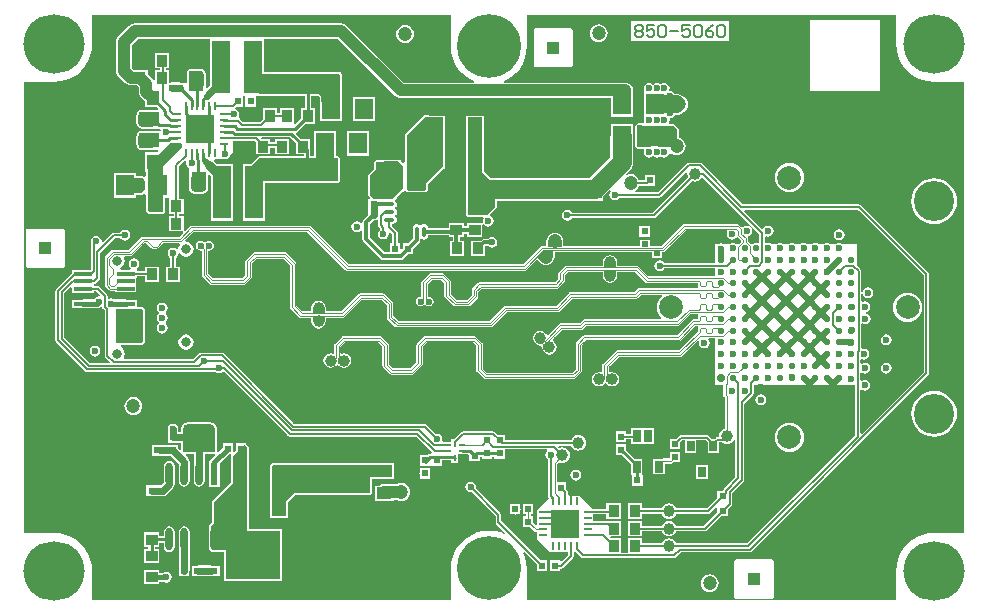
<source format=gtl>
G04 Layer_Physical_Order=1*
G04 Layer_Color=255*
%FSLAX44Y44*%
%MOMM*%
G71*
G01*
G75*
%ADD10R,2.7000X1.6000*%
%ADD11R,0.6000X0.6000*%
%ADD12R,0.9000X1.0000*%
%ADD13R,0.6000X1.9000*%
%ADD14O,0.6000X1.9000*%
%ADD15R,3.1000X2.4100*%
%ADD16R,1.1500X1.4500*%
%ADD17R,4.6500X4.1500*%
%ADD18R,0.6000X0.6000*%
%ADD19R,1.6000X0.4000*%
%ADD20R,1.6000X0.4000*%
%ADD21R,1.0000X0.9000*%
%ADD22R,1.2000X4.2000*%
%ADD23R,1.0000X1.3000*%
%ADD24R,1.6000X4.5000*%
%ADD25R,2.4000X2.4000*%
%ADD26O,0.8000X0.2500*%
%ADD27O,0.2500X0.8000*%
%ADD28R,1.3000X1.0000*%
%ADD29R,1.9500X1.9500*%
%ADD30O,0.3500X1.0000*%
%ADD31O,1.0000X0.3500*%
%ADD32C,1.0000*%
%ADD33R,1.6000X1.8000*%
%ADD34R,0.7000X1.0000*%
%ADD35R,0.7000X1.0000*%
%ADD36R,0.5500X0.2500*%
%ADD37R,0.2500X0.5500*%
%ADD38R,0.6500X0.2500*%
%ADD39R,0.2500X0.6500*%
%ADD40R,2.4500X2.4500*%
%ADD41R,0.6500X0.9000*%
%ADD42C,0.5400*%
G04:AMPARAMS|DCode=43|XSize=0.6mm|YSize=0.6mm|CornerRadius=0.15mm|HoleSize=0mm|Usage=FLASHONLY|Rotation=0.000|XOffset=0mm|YOffset=0mm|HoleType=Round|Shape=RoundedRectangle|*
%AMROUNDEDRECTD43*
21,1,0.6000,0.3000,0,0,0.0*
21,1,0.3000,0.6000,0,0,0.0*
1,1,0.3000,0.1500,-0.1500*
1,1,0.3000,-0.1500,-0.1500*
1,1,0.3000,-0.1500,0.1500*
1,1,0.3000,0.1500,0.1500*
%
%ADD43ROUNDEDRECTD43*%
%ADD44C,0.1500*%
%ADD45C,1.6000*%
%ADD46C,1.0000*%
%ADD47C,0.2500*%
%ADD48C,0.3000*%
%ADD49C,0.5000*%
%ADD50C,0.4000*%
%ADD51C,0.6000*%
%ADD52C,0.3500*%
%ADD53C,0.2000*%
%ADD54C,0.8000*%
%ADD55C,1.5000*%
%ADD56C,0.1200*%
%ADD57R,1.6000X3.0000*%
%ADD58R,1.0000X1.0000*%
%ADD59R,1.2000X0.5500*%
%ADD60R,4.0506X1.0450*%
%ADD61R,1.2000X3.3000*%
%ADD62R,5.0750X1.6625*%
%ADD63R,1.0000X0.4500*%
%ADD64R,1.0000X0.4550*%
%ADD65R,1.0000X0.4500*%
%ADD66O,5.2000X5.0000*%
%ADD67C,5.4000*%
%ADD68C,1.2000*%
%ADD69C,0.8000*%
%ADD70C,2.0000*%
%ADD71C,3.4000*%
%ADD72C,0.6000*%
G36*
X156250Y350875D02*
X153250Y347875D01*
X146250Y347875D01*
X143250Y350875D01*
X143250Y360375D01*
X156250D01*
Y350875D01*
D02*
G37*
G36*
X104250Y356875D02*
X104250Y349875D01*
X101250Y346875D01*
X91750Y346875D01*
Y359875D01*
X101250D01*
X104250Y356875D01*
D02*
G37*
G36*
X323000Y370000D02*
Y351000D01*
X314000Y342000D01*
X298500D01*
X295000Y345500D01*
Y362000D01*
X299500Y366500D01*
X299500Y370500D01*
X302500Y373500D01*
X306500Y373500D01*
X306500Y373500D01*
X319500D01*
X323000Y370000D01*
D02*
G37*
G36*
X111250Y384875D02*
X101750D01*
X98750Y387875D01*
X98750Y394875D01*
X101750Y397875D01*
X111250Y397875D01*
Y384875D01*
D02*
G37*
G36*
X267750Y357375D02*
X193000Y357375D01*
Y368125D01*
X201250Y376375D01*
X267750Y376375D01*
X267750Y357375D01*
D02*
G37*
G36*
X356500Y399000D02*
Y369000D01*
X342500Y355000D01*
Y350500D01*
X341000Y349000D01*
X327500D01*
X326000Y350500D01*
Y396000D01*
X341000Y411000D01*
X344500D01*
X356500Y399000D01*
D02*
G37*
G36*
X135250Y388375D02*
Y385875D01*
X119250Y369875D01*
Y358875D01*
X119250Y330500D01*
X108500Y330500D01*
X106749Y332251D01*
X106750Y371000D01*
X125125Y389375D01*
X134250Y389375D01*
X135250Y388375D01*
D02*
G37*
G36*
X450000Y293000D02*
X444000Y293000D01*
X439750Y288750D01*
X435875Y292625D01*
X441750Y298500D01*
X450000D01*
Y293000D01*
D02*
G37*
G36*
X42500Y266604D02*
Y262375D01*
X61500D01*
Y263581D01*
X63175D01*
X66073Y260683D01*
X65447Y259512D01*
X65003Y259601D01*
X63247Y259251D01*
X61759Y258257D01*
X60764Y256768D01*
X60759Y256744D01*
X52000D01*
X51655Y256675D01*
X42500D01*
Y249675D01*
X51655D01*
X52000Y249606D01*
X63675D01*
X65041Y249878D01*
X66198Y250652D01*
X66211Y250665D01*
X66759Y250774D01*
X67007Y250939D01*
X68203Y250211D01*
X68306Y249697D01*
X68803Y248953D01*
X70206Y247550D01*
Y209280D01*
X70381Y208402D01*
X70878Y207658D01*
X74368Y204167D01*
X73882Y202994D01*
X57457D01*
X36044Y224407D01*
Y261807D01*
X41327Y267090D01*
X42500Y266604D01*
D02*
G37*
G36*
X103000Y246000D02*
X103000Y222500D01*
X100000Y219500D01*
X80000Y219500D01*
Y249000D01*
X100000Y249000D01*
X103000Y246000D01*
D02*
G37*
G36*
X389500Y384000D02*
Y365000D01*
X396500Y358000D01*
X400750D01*
Y335250D01*
X394000Y328500D01*
X377500D01*
Y384000D01*
X383500Y390000D01*
X389500Y384000D01*
D02*
G37*
G36*
X763706Y277050D02*
Y195458D01*
X711217Y142969D01*
X710044Y143455D01*
Y179709D01*
X711314Y180383D01*
X712244Y179761D01*
X714000Y179412D01*
X715756Y179761D01*
X717244Y180756D01*
X718239Y182244D01*
X718588Y184000D01*
X718239Y185756D01*
X717244Y187244D01*
X715756Y188239D01*
X714000Y188588D01*
X712244Y188239D01*
X711314Y187617D01*
X710044Y188291D01*
Y194209D01*
X711314Y194883D01*
X712244Y194261D01*
X714000Y193912D01*
X715756Y194261D01*
X717244Y195256D01*
X718239Y196744D01*
X718588Y198500D01*
X718239Y200256D01*
X717244Y201744D01*
X715756Y202739D01*
X714000Y203088D01*
X712244Y202739D01*
X711314Y202118D01*
X710044Y202791D01*
Y205603D01*
X711092Y206253D01*
X711314Y206247D01*
X713000Y205912D01*
X714756Y206261D01*
X716244Y207256D01*
X717239Y208744D01*
X717588Y210500D01*
X717239Y212256D01*
X716244Y213744D01*
X714756Y214739D01*
X713000Y215088D01*
X712064Y214902D01*
X710794Y215849D01*
Y235870D01*
X712064Y236549D01*
X712494Y236261D01*
X714250Y235912D01*
X716006Y236261D01*
X717494Y237256D01*
X718489Y238744D01*
X718838Y240500D01*
X718489Y242256D01*
X717494Y243744D01*
X716006Y244739D01*
X715184Y244902D01*
Y246197D01*
X715506Y246261D01*
X716994Y247256D01*
X717989Y248744D01*
X718338Y250500D01*
X717989Y252256D01*
X716994Y253744D01*
X715506Y254739D01*
X713750Y255088D01*
X712064Y254753D01*
X711842Y254747D01*
X710794Y255397D01*
Y261610D01*
X712064Y261735D01*
X712261Y260744D01*
X713256Y259256D01*
X714744Y258261D01*
X716500Y257912D01*
X718256Y258261D01*
X719744Y259256D01*
X720739Y260744D01*
X721088Y262500D01*
X720739Y264256D01*
X719744Y265744D01*
X718256Y266739D01*
X716500Y267088D01*
X714744Y266739D01*
X713256Y265744D01*
X712261Y264256D01*
X712064Y263265D01*
X710794Y263390D01*
Y280800D01*
X710619Y281678D01*
X710122Y282423D01*
X707000Y285545D01*
Y304000D01*
X694587D01*
X693706Y304589D01*
X691950Y304938D01*
X690194Y304589D01*
X689313Y304000D01*
X684587D01*
X683706Y304589D01*
X681950Y304938D01*
X680194Y304589D01*
X679313Y304000D01*
X674587D01*
X673706Y304589D01*
X671950Y304938D01*
X670194Y304589D01*
X669313Y304000D01*
X664587D01*
X663706Y304589D01*
X661950Y304938D01*
X660194Y304589D01*
X659313Y304000D01*
X654587D01*
X653706Y304589D01*
X651950Y304938D01*
X650194Y304589D01*
X649313Y304000D01*
X644587D01*
X643706Y304589D01*
X641950Y304938D01*
X640194Y304589D01*
X639313Y304000D01*
X634837D01*
X633956Y304589D01*
X632200Y304938D01*
X630444Y304589D01*
X629194Y305281D01*
Y309552D01*
X630464Y310217D01*
X632000Y309912D01*
X633756Y310261D01*
X635244Y311256D01*
X636239Y312744D01*
X636588Y314500D01*
X636239Y316256D01*
X635244Y317744D01*
X633756Y318739D01*
X632000Y319088D01*
X630244Y318739D01*
X628756Y317744D01*
X628171Y316869D01*
X626635Y316609D01*
X611712Y331533D01*
X612198Y332706D01*
X708050D01*
X763706Y277050D01*
D02*
G37*
G36*
X301456Y319750D02*
X301631Y318872D01*
X302128Y318128D01*
X303143Y317113D01*
X303006Y315494D01*
X302011Y314006D01*
X301662Y312250D01*
X302011Y310494D01*
X303006Y309006D01*
X304494Y308011D01*
X306250Y307662D01*
X308006Y308011D01*
X309494Y309006D01*
X310489Y310494D01*
X310838Y312250D01*
X310684Y313026D01*
X311854Y313652D01*
X313706Y311800D01*
Y304250D01*
X311500D01*
Y296814D01*
X307534D01*
X295064Y309284D01*
Y320877D01*
X298122Y323936D01*
X298443Y324000D01*
X301456D01*
Y319750D01*
D02*
G37*
G36*
X269750Y446250D02*
Y424250D01*
X253750D01*
Y428625D01*
X251500Y430875D01*
X251500Y447500D01*
X268500D01*
X269750Y446250D01*
D02*
G37*
G36*
X200750Y429251D02*
X239696D01*
Y418500D01*
X236500D01*
Y409965D01*
X231583Y405048D01*
X230500Y405761D01*
Y418500D01*
X218500D01*
Y414294D01*
X216000D01*
Y418500D01*
X204000D01*
Y409244D01*
X201800Y407044D01*
X187518D01*
X184815Y409747D01*
X184435Y410001D01*
X183981Y411237D01*
X183951Y411563D01*
X183989Y411619D01*
X184338Y413375D01*
X183989Y415131D01*
X182994Y416619D01*
X181506Y417614D01*
X180889Y417737D01*
X180646Y418956D01*
X181504Y419875D01*
X187250D01*
X187250Y428622D01*
X188250Y429189D01*
X189250Y428622D01*
X189250Y428105D01*
Y424818D01*
X189162Y424375D01*
X189250Y423932D01*
Y419875D01*
X193307D01*
X193750Y419787D01*
X194193Y419875D01*
X198250D01*
Y423932D01*
X198338Y424375D01*
X198250Y424818D01*
X198250Y428875D01*
X199313Y429375D01*
X200452D01*
X200750Y429251D01*
D02*
G37*
G36*
X159250Y477375D02*
Y438364D01*
X156923Y436037D01*
X155750Y436523D01*
Y437577D01*
X155873Y437875D01*
X155873Y447375D01*
X155805Y447539D01*
X155489Y449131D01*
X154494Y450619D01*
X153006Y451614D01*
X151415Y451930D01*
X151250Y451999D01*
X144250Y451999D01*
X144085Y451930D01*
X142494Y451614D01*
X141006Y450619D01*
X140011Y449131D01*
X139695Y447540D01*
X139626Y447375D01*
Y441282D01*
X138750Y440375D01*
X134188D01*
X133749Y440462D01*
X127250D01*
X125770Y440168D01*
X124500Y440860D01*
Y451000D01*
X121799D01*
Y452500D01*
X124500D01*
Y465500D01*
X112500D01*
Y452500D01*
X116701D01*
Y451000D01*
X112500D01*
Y442904D01*
X111230Y442652D01*
X111178Y442778D01*
X110136Y444136D01*
X106500Y447772D01*
Y451000D01*
X100926D01*
X100500Y451056D01*
X94966D01*
X93056Y452966D01*
Y472284D01*
X98216Y477444D01*
X158008D01*
X159250Y477375D01*
D02*
G37*
G36*
X740461Y473000D02*
X740401D01*
X740796Y467979D01*
X741972Y463081D01*
X743900Y458427D01*
X746531Y454133D01*
X749803Y450303D01*
X753633Y447031D01*
X757927Y444400D01*
X762581Y442472D01*
X767479Y441296D01*
X772500Y440901D01*
Y440961D01*
X797961D01*
Y59039D01*
X772500D01*
Y59099D01*
X767479Y58704D01*
X762581Y57528D01*
X757927Y55600D01*
X753633Y52969D01*
X749803Y49697D01*
X746531Y45867D01*
X743900Y41573D01*
X741972Y36919D01*
X740796Y32021D01*
X740401Y27000D01*
X740461D01*
Y2039D01*
X427539D01*
Y29000D01*
X427599D01*
X427204Y34021D01*
X426028Y38919D01*
X424782Y41928D01*
X425858Y42648D01*
X436000Y32506D01*
Y26750D01*
X445000D01*
Y35750D01*
X439244D01*
X405794Y69200D01*
Y74500D01*
X405794Y74500D01*
X405619Y75378D01*
X405122Y76122D01*
X384365Y96879D01*
X384588Y98000D01*
X384239Y99756D01*
X383244Y101244D01*
X381756Y102239D01*
X380000Y102588D01*
X378244Y102239D01*
X376756Y101244D01*
X375761Y99756D01*
X375412Y98000D01*
X375761Y96244D01*
X376756Y94756D01*
X378244Y93761D01*
X380000Y93412D01*
X381121Y93635D01*
X401206Y73550D01*
Y68250D01*
X401381Y67372D01*
X401878Y66628D01*
X409147Y59358D01*
X408428Y58282D01*
X405419Y59528D01*
X400521Y60704D01*
X395500Y61099D01*
X390479Y60704D01*
X385581Y59528D01*
X380927Y57600D01*
X376633Y54969D01*
X372803Y51697D01*
X369531Y47867D01*
X366900Y43573D01*
X364972Y38919D01*
X363796Y34021D01*
X363401Y29000D01*
X363461D01*
Y2039D01*
X59539D01*
Y27000D01*
X59599D01*
X59204Y32021D01*
X58028Y36919D01*
X56100Y41573D01*
X53469Y45867D01*
X50197Y49697D01*
X46367Y52969D01*
X42073Y55600D01*
X37419Y57528D01*
X32521Y58704D01*
X27500Y59099D01*
Y59039D01*
X2039D01*
Y440961D01*
X27500D01*
Y440901D01*
X32521Y441296D01*
X37419Y442472D01*
X42073Y444400D01*
X46367Y447031D01*
X50197Y450303D01*
X53469Y454133D01*
X56100Y458427D01*
X58028Y463081D01*
X59204Y467979D01*
X59599Y473000D01*
X59539D01*
Y497961D01*
X363461D01*
Y471000D01*
X363401D01*
X363796Y465979D01*
X364972Y461081D01*
X366900Y456427D01*
X369531Y452133D01*
X372803Y448303D01*
X376633Y445031D01*
X380927Y442400D01*
X382744Y441647D01*
X382492Y440377D01*
X323489D01*
X275230Y488636D01*
X273872Y489678D01*
X272291Y490333D01*
X270594Y490556D01*
X95500D01*
X93803Y490333D01*
X92222Y489678D01*
X90864Y488636D01*
X81864Y479636D01*
X80822Y478278D01*
X80167Y476697D01*
X79944Y475000D01*
Y450250D01*
X80167Y448553D01*
X80822Y446972D01*
X81864Y445614D01*
X87614Y439864D01*
X88972Y438822D01*
X90553Y438167D01*
X92250Y437944D01*
X97784D01*
X98944Y436784D01*
Y432625D01*
X99167Y430928D01*
X99822Y429347D01*
X100864Y427989D01*
X104250Y424603D01*
Y419375D01*
X114779D01*
X115513Y418484D01*
X115039Y417375D01*
X111548D01*
X111250Y417499D01*
X101750Y417498D01*
X101586Y417430D01*
X99994Y417114D01*
X98506Y416119D01*
X97511Y414631D01*
X97195Y413040D01*
X97126Y412875D01*
X97126Y405875D01*
X97194Y405710D01*
X97511Y404119D01*
X98506Y402631D01*
X99994Y401636D01*
X101585Y401320D01*
X101750Y401251D01*
X111250D01*
X111548Y401375D01*
X115729D01*
X116000Y401321D01*
X117336D01*
X117904Y400235D01*
X117053Y399375D01*
X111548D01*
X111250Y399499D01*
X101750Y399498D01*
X101586Y399431D01*
X99994Y399114D01*
X98506Y398119D01*
X97511Y396631D01*
X97195Y395040D01*
X97126Y394875D01*
X97126Y387875D01*
X97194Y387710D01*
X97511Y386119D01*
X98506Y384631D01*
X99994Y383636D01*
X101585Y383320D01*
X101750Y383251D01*
X111250D01*
X111548Y383375D01*
X115084D01*
X115557Y382266D01*
X114823Y381375D01*
X104250D01*
Y365375D01*
X104250D01*
X105126Y364499D01*
X105126Y361225D01*
X103856Y360546D01*
X103006Y361114D01*
X101415Y361430D01*
X101250Y361499D01*
X97000D01*
Y364000D01*
X78000D01*
Y343000D01*
X97000D01*
Y345252D01*
X101250Y345252D01*
X101414Y345320D01*
X103006Y345636D01*
X103856Y346204D01*
X105126Y345525D01*
X105125Y332251D01*
X105370Y331660D01*
X105601Y331103D01*
X107000Y329704D01*
Y329000D01*
X108202D01*
X108499Y328877D01*
X119250Y328876D01*
X119250Y328876D01*
X119250Y328876D01*
X119807Y329107D01*
X120372Y329341D01*
X120398Y329352D01*
X120398Y329352D01*
X120398D01*
X120503Y329604D01*
X120873Y330500D01*
X120873Y330500D01*
X120873Y330500D01*
X120873Y343000D01*
X124348D01*
X125000Y342000D01*
X125000Y341730D01*
Y329000D01*
X128706D01*
Y327500D01*
X125000D01*
Y314500D01*
X135944D01*
X136397Y314500D01*
X136923Y313230D01*
X133524Y309831D01*
X102200D01*
X101576Y309707D01*
X101046Y309354D01*
X101046Y309354D01*
X90524Y298831D01*
X77089D01*
X76465Y298707D01*
X75935Y298354D01*
X75935Y298354D01*
X70847Y293265D01*
X70493Y292736D01*
X70369Y292111D01*
X70369Y292111D01*
Y268889D01*
X70369Y268889D01*
X70493Y268265D01*
X70847Y267735D01*
X73860Y264722D01*
X74390Y264368D01*
X75014Y264244D01*
X75014Y264244D01*
X79000D01*
Y262875D01*
X97000D01*
Y268875D01*
X97000Y268875D01*
Y269225D01*
X97000D01*
X97000Y270145D01*
Y275075D01*
X97500D01*
Y276281D01*
X104000D01*
Y271500D01*
X116000D01*
Y284500D01*
X104000D01*
Y280869D01*
X98398D01*
X97534Y281733D01*
X97504Y282139D01*
X97580Y283312D01*
X98244Y283756D01*
X99239Y285244D01*
X99588Y287000D01*
X99239Y288756D01*
X98244Y290244D01*
X96756Y291239D01*
X95000Y291588D01*
X93244Y291239D01*
X91756Y290244D01*
X90761Y288756D01*
X90412Y287000D01*
X90761Y285244D01*
X91756Y283756D01*
X92370Y283345D01*
X91985Y282075D01*
X83714D01*
X83477Y283225D01*
X83502Y283345D01*
X85542Y284708D01*
X86934Y286792D01*
X87423Y289250D01*
X86934Y291708D01*
X86573Y292249D01*
X87172Y293369D01*
X92111D01*
X92111Y293369D01*
X92736Y293493D01*
X93265Y293846D01*
X103787Y304369D01*
X105574D01*
X109596Y300347D01*
X109597Y300347D01*
X110126Y299993D01*
X110750Y299869D01*
X110750Y299869D01*
X114250D01*
X114250Y299869D01*
X114874Y299993D01*
X115404Y300347D01*
X119426Y304369D01*
X133316D01*
X133995Y303099D01*
X133066Y301708D01*
X132620Y299471D01*
X131922Y299164D01*
X131348Y299089D01*
X131244Y299244D01*
X129756Y300239D01*
X128000Y300588D01*
X126244Y300239D01*
X124756Y299244D01*
X123761Y297756D01*
X123412Y296000D01*
X123761Y294244D01*
X124756Y292756D01*
X125706Y292121D01*
Y284500D01*
X122000D01*
Y271500D01*
X134000D01*
Y284500D01*
X130294D01*
Y292121D01*
X131244Y292756D01*
X132239Y294244D01*
X132469Y295399D01*
X133817Y295667D01*
X134458Y294708D01*
X136542Y293316D01*
X139000Y292827D01*
X141458Y293316D01*
X143542Y294708D01*
X144935Y296792D01*
X145423Y299250D01*
X144935Y301708D01*
X143542Y303792D01*
X141458Y305184D01*
X139000Y305673D01*
X138763Y305626D01*
X138165Y306746D01*
X145287Y313869D01*
X241824D01*
X274046Y281646D01*
X274046Y281646D01*
X274576Y281293D01*
X275200Y281169D01*
X425911D01*
X425911Y281169D01*
X426535Y281293D01*
X427065Y281646D01*
X436194Y290775D01*
X438985Y287984D01*
X439100Y287937D01*
X440470Y286885D01*
X442173Y286180D01*
X444000Y285940D01*
X445827Y286180D01*
X447530Y286885D01*
X448992Y288007D01*
X450115Y289470D01*
X450820Y291173D01*
X451050Y292922D01*
X451082Y293000D01*
Y296813D01*
X534000D01*
Y292000D01*
X542000D01*
Y296803D01*
X543194Y296813D01*
X543819Y296937D01*
X544348Y297291D01*
X562226Y315169D01*
X596856D01*
X597455Y314049D01*
X597260Y313756D01*
X596911Y312001D01*
X597260Y310245D01*
X598255Y308756D01*
X599743Y307762D01*
X601499Y307412D01*
X603255Y307762D01*
X604743Y308756D01*
X605166Y309389D01*
X606430Y309513D01*
X608856Y307087D01*
Y305663D01*
X607193Y304000D01*
X604587D01*
X603706Y304589D01*
X601950Y304938D01*
X600194Y304589D01*
X599313Y304000D01*
X593839D01*
X593706Y304089D01*
X591950Y304438D01*
X590194Y304089D01*
X590061Y304000D01*
X587000D01*
Y287694D01*
X543979D01*
X543344Y288644D01*
X541856Y289639D01*
X540100Y289988D01*
X538344Y289639D01*
X536856Y288644D01*
X535861Y287156D01*
X535512Y285400D01*
X535861Y283644D01*
X536856Y282156D01*
X538344Y281161D01*
X540100Y280812D01*
X541856Y281161D01*
X543344Y282156D01*
X543979Y283106D01*
X587000D01*
Y276282D01*
X530526D01*
X521804Y285004D01*
X521274Y285357D01*
X520650Y285481D01*
X520650Y285481D01*
X504082D01*
Y288073D01*
X504118Y288250D01*
X503652Y290591D01*
X502326Y292576D01*
X500341Y293902D01*
X498000Y294368D01*
X495659Y293902D01*
X493674Y292576D01*
X492348Y290591D01*
X491883Y288250D01*
X491918Y288073D01*
Y285481D01*
X460989D01*
X460989Y285481D01*
X460364Y285357D01*
X459835Y285004D01*
X459835Y285004D01*
X454902Y280070D01*
X454548Y279541D01*
X454424Y278917D01*
X454424Y278917D01*
Y274481D01*
X451274Y271331D01*
X387539D01*
X387539Y271331D01*
X386914Y271207D01*
X386385Y270854D01*
X381596Y266065D01*
X381243Y265536D01*
X381119Y264911D01*
X381119Y264911D01*
Y260926D01*
X376574Y256381D01*
X368176D01*
X363081Y261476D01*
Y272411D01*
X362957Y273036D01*
X362604Y273565D01*
X362603Y273565D01*
X357815Y278354D01*
X357285Y278707D01*
X356661Y278831D01*
X356661Y278831D01*
X345589D01*
X345589Y278831D01*
X344964Y278707D01*
X344435Y278354D01*
X344435Y278354D01*
X338847Y272765D01*
X338493Y272236D01*
X338369Y271611D01*
X338369Y271611D01*
Y259709D01*
X337600Y259078D01*
X336039Y258768D01*
X334716Y257884D01*
X333832Y256561D01*
X333522Y255000D01*
X333832Y253439D01*
X334716Y252116D01*
X336039Y251232D01*
X337600Y250922D01*
X339161Y251232D01*
X340280Y251980D01*
X341100Y252106D01*
X341920Y251980D01*
X343039Y251232D01*
X344600Y250922D01*
X346161Y251232D01*
X347484Y252116D01*
X348368Y253439D01*
X348678Y255000D01*
X348368Y256561D01*
X347484Y257884D01*
X346161Y258768D01*
X344600Y259078D01*
X343831Y259709D01*
Y270024D01*
X347176Y273369D01*
X355074D01*
X357619Y270824D01*
Y259889D01*
X357619Y259889D01*
X357743Y259265D01*
X358097Y258735D01*
X365435Y251397D01*
X365965Y251043D01*
X366589Y250919D01*
X378161D01*
X378161Y250919D01*
X378786Y251043D01*
X379315Y251397D01*
X386104Y258185D01*
X386104Y258185D01*
X386457Y258715D01*
X386581Y259339D01*
X386581Y259339D01*
Y263324D01*
X389126Y265869D01*
X452861D01*
X452861Y265869D01*
X453485Y265993D01*
X454015Y266346D01*
X459409Y271741D01*
X459763Y272270D01*
X459887Y272894D01*
X459887Y272894D01*
Y277330D01*
X462576Y280019D01*
X491918D01*
Y277177D01*
X491883Y277000D01*
X492348Y274659D01*
X493674Y272674D01*
X495659Y271348D01*
X498000Y270882D01*
X500341Y271348D01*
X502326Y272674D01*
X503652Y274659D01*
X504118Y277000D01*
X504082Y277177D01*
Y280019D01*
X519063D01*
X527785Y271297D01*
X527785Y271297D01*
X528314Y270943D01*
X528939Y270819D01*
X528939Y270819D01*
X572369D01*
Y268750D01*
X572369Y268750D01*
X572493Y268126D01*
X572846Y267596D01*
X572891Y267551D01*
X572365Y266282D01*
X522650D01*
X522026Y266157D01*
X521497Y265804D01*
X518624Y262931D01*
X464300D01*
X464300Y262931D01*
X463676Y262807D01*
X463146Y262453D01*
X463146Y262453D01*
X452124Y251431D01*
X409300D01*
X409300Y251431D01*
X408676Y251307D01*
X408146Y250954D01*
X408146Y250953D01*
X395774Y238581D01*
X318976D01*
X314581Y242976D01*
Y253411D01*
X314457Y254035D01*
X314104Y254565D01*
X307315Y261353D01*
X306786Y261707D01*
X306161Y261831D01*
X306161Y261831D01*
X286089D01*
X286089Y261831D01*
X285464Y261707D01*
X284935Y261353D01*
X284935Y261353D01*
X270213Y246631D01*
X257332D01*
Y249324D01*
X257367Y249500D01*
X256902Y251841D01*
X255576Y253826D01*
X253591Y255152D01*
X251250Y255618D01*
X248909Y255152D01*
X246924Y253826D01*
X245598Y251841D01*
X245133Y249500D01*
X245168Y249323D01*
Y246631D01*
X237537D01*
X232581Y251587D01*
Y287161D01*
X232457Y287786D01*
X232104Y288315D01*
X232104Y288315D01*
X224015Y296404D01*
X223486Y296757D01*
X222861Y296881D01*
X222861Y296881D01*
X197000D01*
X197000Y296881D01*
X196376Y296757D01*
X195846Y296404D01*
X189597Y290154D01*
X189243Y289624D01*
X189119Y289000D01*
X189119Y289000D01*
Y277176D01*
X186574Y274631D01*
X161926D01*
X157831Y278726D01*
Y297541D01*
X158600Y298172D01*
X160161Y298482D01*
X161484Y299366D01*
X162368Y300689D01*
X162678Y302250D01*
X162368Y303811D01*
X161484Y305134D01*
X160161Y306018D01*
X158600Y306328D01*
X157039Y306018D01*
X155920Y305270D01*
X155100Y305144D01*
X154280Y305270D01*
X153161Y306018D01*
X151600Y306328D01*
X150039Y306018D01*
X148716Y305134D01*
X147832Y303811D01*
X147522Y302250D01*
X147832Y300689D01*
X148716Y299366D01*
X150039Y298482D01*
X151600Y298172D01*
X152369Y297541D01*
Y277139D01*
X152369Y277139D01*
X152493Y276514D01*
X152846Y275985D01*
X159185Y269646D01*
X159714Y269293D01*
X160339Y269169D01*
X160339Y269169D01*
X188161D01*
X188161Y269169D01*
X188786Y269293D01*
X189315Y269646D01*
X194104Y274435D01*
X194104Y274435D01*
X194457Y274964D01*
X194581Y275589D01*
Y287413D01*
X198587Y291419D01*
X221274D01*
X227119Y285574D01*
Y250000D01*
X227119Y250000D01*
X227243Y249376D01*
X227596Y248846D01*
X234796Y241646D01*
X234797Y241646D01*
X235326Y241293D01*
X235950Y241169D01*
X235950Y241169D01*
X245168D01*
Y238427D01*
X245133Y238250D01*
X245598Y235909D01*
X246924Y233924D01*
X248909Y232598D01*
X251250Y232132D01*
X253591Y232598D01*
X255576Y233924D01*
X256902Y235909D01*
X257367Y238250D01*
X257332Y238427D01*
Y241169D01*
X271800D01*
X271800Y241169D01*
X272424Y241293D01*
X272953Y241646D01*
X287676Y256369D01*
X304574D01*
X309119Y251824D01*
Y241389D01*
X309119Y241389D01*
X309243Y240765D01*
X309597Y240235D01*
X316235Y233596D01*
X316765Y233243D01*
X317389Y233119D01*
X397361D01*
X397361Y233119D01*
X397985Y233243D01*
X398515Y233596D01*
X410887Y245969D01*
X453711D01*
X453711Y245969D01*
X454336Y246093D01*
X454865Y246446D01*
X465887Y257469D01*
X520211D01*
X520211Y257469D01*
X520835Y257593D01*
X521365Y257946D01*
X524237Y260819D01*
X541808D01*
X542239Y259549D01*
X541228Y258773D01*
X539256Y256203D01*
X538017Y253211D01*
X537594Y250000D01*
X538017Y246789D01*
X539256Y243797D01*
X541171Y241301D01*
X541087Y240814D01*
X540821Y240031D01*
X476289D01*
X476289Y240031D01*
X475664Y239907D01*
X475135Y239554D01*
X475135Y239554D01*
X472213Y236631D01*
X456000D01*
X456000Y236631D01*
X455376Y236507D01*
X454846Y236154D01*
X445755Y227062D01*
X444186Y227289D01*
X443326Y228576D01*
X441341Y229902D01*
X439000Y230368D01*
X436659Y229902D01*
X434674Y228576D01*
X433348Y226591D01*
X432882Y224250D01*
X433348Y221909D01*
X434674Y219924D01*
X436659Y218598D01*
X436776Y218575D01*
X437742Y217929D01*
X439062Y217667D01*
X439731Y217176D01*
X440222Y216507D01*
X440485Y215187D01*
X440996Y214421D01*
X441098Y213909D01*
X442424Y211924D01*
X444409Y210598D01*
X446750Y210133D01*
X449091Y210598D01*
X451076Y211924D01*
X452402Y213909D01*
X452868Y216250D01*
X452402Y218591D01*
X451076Y220576D01*
X449706Y221491D01*
X449446Y223028D01*
X457587Y231169D01*
X473800D01*
X473800Y231169D01*
X474424Y231293D01*
X474953Y231646D01*
X477876Y234569D01*
X555716D01*
X555716Y234569D01*
X556340Y234693D01*
X556870Y235047D01*
X566242Y244419D01*
X572366D01*
X572892Y243149D01*
X572846Y243104D01*
X572493Y242574D01*
X572369Y241950D01*
X572369Y241950D01*
Y239881D01*
X568639D01*
X568014Y239757D01*
X567485Y239404D01*
X567485Y239404D01*
X554713Y226631D01*
X476389D01*
X476389Y226631D01*
X475765Y226507D01*
X475235Y226154D01*
X475235Y226154D01*
X469596Y220515D01*
X469243Y219986D01*
X469119Y219361D01*
X469119Y219361D01*
Y197926D01*
X466074Y194881D01*
X393676D01*
X390331Y198226D01*
Y218911D01*
X390331Y218911D01*
X390207Y219536D01*
X389854Y220065D01*
X389854Y220065D01*
X384565Y225354D01*
X384036Y225707D01*
X383411Y225831D01*
X383411Y225831D01*
X341339D01*
X341339Y225831D01*
X340714Y225707D01*
X340185Y225354D01*
X340185Y225353D01*
X334596Y219765D01*
X334243Y219236D01*
X334119Y218611D01*
X334119Y218611D01*
Y203676D01*
X329024Y198581D01*
X314476D01*
X310831Y202226D01*
Y218411D01*
X310707Y219036D01*
X310354Y219565D01*
X310354Y219565D01*
X304565Y225354D01*
X304036Y225707D01*
X303411Y225831D01*
X303411Y225831D01*
X272089D01*
X271464Y225707D01*
X270935Y225354D01*
X270935Y225353D01*
X264846Y219265D01*
X264493Y218736D01*
X264369Y218111D01*
X264369Y218111D01*
Y211710D01*
X263099Y210800D01*
X261500Y211117D01*
X259159Y210652D01*
X257174Y209326D01*
X255848Y207341D01*
X255382Y205000D01*
X255848Y202659D01*
X257174Y200674D01*
X259159Y199348D01*
X261500Y198883D01*
X263841Y199348D01*
X265826Y200674D01*
X266490Y201668D01*
X267760D01*
X268424Y200674D01*
X270409Y199348D01*
X272750Y198883D01*
X275091Y199348D01*
X277076Y200674D01*
X278402Y202659D01*
X278867Y205000D01*
X278402Y207341D01*
X277076Y209326D01*
X275091Y210652D01*
X272750Y211117D01*
X271101Y210790D01*
X269831Y211677D01*
Y216524D01*
X273676Y220369D01*
X301824D01*
X305369Y216824D01*
Y200639D01*
X305369Y200639D01*
X305493Y200014D01*
X305847Y199485D01*
X311735Y193596D01*
X312264Y193243D01*
X312889Y193119D01*
X330611D01*
X330611Y193119D01*
X331236Y193243D01*
X331765Y193596D01*
X339104Y200935D01*
X339457Y201465D01*
X339581Y202089D01*
X339581Y202089D01*
Y217024D01*
X342926Y220369D01*
X381824D01*
X384869Y217324D01*
Y196639D01*
X384869Y196639D01*
X384993Y196014D01*
X385346Y195485D01*
X390935Y189897D01*
X390935Y189897D01*
X391464Y189543D01*
X392089Y189419D01*
X392089Y189419D01*
X467661D01*
X467661Y189419D01*
X468286Y189543D01*
X468815Y189897D01*
X474104Y195185D01*
X474104Y195185D01*
X474457Y195714D01*
X474581Y196339D01*
X474581Y196339D01*
Y217774D01*
X477976Y221169D01*
X556300D01*
X556300Y221169D01*
X556924Y221293D01*
X557453Y221646D01*
X570226Y234419D01*
X572366D01*
X572892Y233149D01*
X572846Y233104D01*
X572493Y232574D01*
X572369Y231950D01*
X572369Y231950D01*
Y229876D01*
X556124Y213631D01*
X503889D01*
X503265Y213507D01*
X502735Y213153D01*
X502735Y213153D01*
X491847Y202265D01*
X491493Y201736D01*
X491369Y201111D01*
X491369Y201111D01*
Y195961D01*
X490099Y195049D01*
X488500Y195368D01*
X486159Y194902D01*
X484174Y193576D01*
X482848Y191591D01*
X482383Y189250D01*
X482848Y186909D01*
X484174Y184924D01*
X486159Y183598D01*
X488500Y183132D01*
X490841Y183598D01*
X492826Y184924D01*
X493490Y185918D01*
X494760D01*
X495424Y184924D01*
X497409Y183598D01*
X499750Y183132D01*
X502091Y183598D01*
X504076Y184924D01*
X505402Y186909D01*
X505868Y189250D01*
X505402Y191591D01*
X504076Y193576D01*
X502091Y194902D01*
X499750Y195368D01*
X498101Y195040D01*
X496831Y195927D01*
Y199524D01*
X505476Y208169D01*
X557711D01*
X557711Y208169D01*
X558336Y208293D01*
X558865Y208647D01*
X572756Y222538D01*
X573761Y221756D01*
X573412Y220000D01*
X573761Y218244D01*
X574756Y216756D01*
X576244Y215761D01*
X578000Y215412D01*
X579756Y215761D01*
X581244Y216756D01*
X582239Y218244D01*
X582588Y220000D01*
X582239Y221756D01*
X581342Y223099D01*
X581508Y223737D01*
X581848Y224369D01*
X587000D01*
Y184000D01*
X593759D01*
Y176100D01*
X593922Y175281D01*
X594386Y174586D01*
X595009Y173963D01*
Y147211D01*
X593722Y146678D01*
X592364Y145636D01*
X591322Y144278D01*
X590667Y142697D01*
X590444Y141000D01*
X589825Y140294D01*
X589000D01*
X589000Y140294D01*
X588122Y140119D01*
X587378Y139622D01*
X587378Y139622D01*
X586756Y139000D01*
X584244D01*
X581872Y141372D01*
X581128Y141869D01*
X580250Y142044D01*
X558250D01*
X557372Y141869D01*
X556628Y141372D01*
X554256Y139000D01*
X548500D01*
Y130000D01*
X557500D01*
Y135756D01*
X559200Y137456D01*
X561750D01*
Y127000D01*
X571250D01*
Y137456D01*
X579300D01*
X580750Y136006D01*
Y127000D01*
X590250D01*
Y135706D01*
X593222D01*
X593722Y135322D01*
X595303Y134667D01*
X597000Y134444D01*
X598697Y134667D01*
X600278Y135322D01*
X601636Y136364D01*
X602678Y137722D01*
X602686Y137742D01*
X603956Y137489D01*
Y106125D01*
X594378Y96547D01*
X593881Y95802D01*
X593706Y94925D01*
Y94500D01*
X589000D01*
Y88744D01*
X580050Y79794D01*
X554085D01*
X553678Y80778D01*
X552636Y82136D01*
X551278Y83178D01*
X549697Y83833D01*
X548000Y84056D01*
X546303Y83833D01*
X544722Y83178D01*
X543364Y82136D01*
X542322Y80778D01*
X541915Y79794D01*
X525000D01*
Y84000D01*
X513000D01*
Y71000D01*
X525000D01*
Y75206D01*
X541915D01*
X542322Y74222D01*
X543364Y72864D01*
X544722Y71822D01*
X546303Y71167D01*
X548000Y70944D01*
X549697Y71167D01*
X551278Y71822D01*
X552636Y72864D01*
X553678Y74222D01*
X554085Y75206D01*
X581000D01*
X581878Y75381D01*
X582622Y75878D01*
X587827Y81082D01*
X589000Y80596D01*
Y76744D01*
X577300Y65044D01*
X554085D01*
X553678Y66028D01*
X552636Y67386D01*
X551278Y68428D01*
X549697Y69083D01*
X548000Y69306D01*
X546303Y69083D01*
X544722Y68428D01*
X543364Y67386D01*
X542322Y66028D01*
X541915Y65044D01*
X525000D01*
Y69250D01*
X513000D01*
Y56250D01*
X525000D01*
Y60456D01*
X541915D01*
X542322Y59472D01*
X543364Y58114D01*
X544722Y57072D01*
X546303Y56417D01*
X548000Y56194D01*
X549697Y56417D01*
X551278Y57072D01*
X552636Y58114D01*
X553678Y59472D01*
X554085Y60456D01*
X578250D01*
X579128Y60631D01*
X579872Y61128D01*
X592244Y73500D01*
X598000D01*
Y79256D01*
X600872Y82128D01*
X600872Y82128D01*
X601369Y82872D01*
X601544Y83750D01*
Y92982D01*
X611122Y102560D01*
X611122Y102560D01*
X611619Y103304D01*
X611794Y104182D01*
Y168625D01*
X618872Y175703D01*
X619369Y176448D01*
X619544Y177325D01*
Y184000D01*
X705456D01*
Y141450D01*
X614300Y50294D01*
X554085D01*
X553678Y51278D01*
X552636Y52636D01*
X551278Y53678D01*
X549697Y54333D01*
X548000Y54556D01*
X546303Y54333D01*
X544722Y53678D01*
X543364Y52636D01*
X542322Y51278D01*
X541915Y50294D01*
X525000D01*
Y54500D01*
X513000D01*
Y42294D01*
X507000D01*
Y54500D01*
X498250D01*
X497885Y54980D01*
X498515Y56250D01*
X507000D01*
Y69250D01*
X496971D01*
X496750Y69294D01*
X483750D01*
Y74706D01*
X495000D01*
Y71000D01*
X507000D01*
Y84000D01*
X495000D01*
Y79294D01*
X483750D01*
Y79750D01*
X472750Y90750D01*
X463819Y90750D01*
X462549Y91937D01*
Y93750D01*
X462355Y94725D01*
X461802Y95552D01*
X460750Y96605D01*
Y97057D01*
X460838Y97500D01*
X460750Y97943D01*
Y102000D01*
X456693D01*
X456250Y102088D01*
X455807Y102000D01*
X453291D01*
Y117763D01*
X454666Y119138D01*
X455803Y118667D01*
X457500Y118444D01*
X459197Y118667D01*
X460778Y119322D01*
X462136Y120364D01*
X463178Y121722D01*
X463833Y123303D01*
X464056Y125000D01*
X463833Y126697D01*
X463178Y128278D01*
X462136Y129636D01*
X460778Y130678D01*
X459197Y131333D01*
X457500Y131556D01*
X455803Y131333D01*
X454819Y130925D01*
X453962Y131783D01*
X454448Y132956D01*
X465165D01*
X465572Y131972D01*
X466614Y130614D01*
X467972Y129572D01*
X469553Y128917D01*
X471250Y128694D01*
X472947Y128917D01*
X474528Y129572D01*
X475886Y130614D01*
X476928Y131972D01*
X477583Y133553D01*
X477806Y135250D01*
X477583Y136947D01*
X476928Y138528D01*
X475886Y139886D01*
X474528Y140928D01*
X472947Y141583D01*
X471250Y141806D01*
X469553Y141583D01*
X467972Y140928D01*
X466614Y139886D01*
X465572Y138528D01*
X465165Y137544D01*
X409000D01*
Y142000D01*
X403244D01*
X400872Y144372D01*
X400128Y144869D01*
X399250Y145044D01*
X373250D01*
X372372Y144869D01*
X371628Y144372D01*
X371628Y144372D01*
X366006Y138750D01*
X363750D01*
Y136250D01*
X356837D01*
X356809Y136263D01*
X355861Y137359D01*
X356088Y138500D01*
X355739Y140256D01*
X354744Y141744D01*
X353256Y142739D01*
X351500Y143088D01*
X350379Y142865D01*
X342622Y150622D01*
X341878Y151119D01*
X341000Y151294D01*
X230686D01*
X170857Y211122D01*
X170113Y211619D01*
X169235Y211794D01*
X151750D01*
X150872Y211619D01*
X150128Y211122D01*
X150128Y211122D01*
X145000Y205994D01*
X86926D01*
X86248Y207264D01*
X86934Y208292D01*
X87423Y210750D01*
X86934Y213208D01*
X85542Y215292D01*
X84574Y215939D01*
X84266Y217665D01*
X84418Y217876D01*
X100000Y217877D01*
X100163Y217944D01*
X101756Y218261D01*
X103244Y219256D01*
X104239Y220744D01*
X104556Y222336D01*
X104623Y222500D01*
X104623Y246000D01*
X104556Y246164D01*
X104239Y247756D01*
X103244Y249244D01*
X101756Y250239D01*
X100165Y250555D01*
X100000Y250624D01*
X97500D01*
Y256675D01*
X88345D01*
X88000Y256744D01*
X78434D01*
X77431Y257414D01*
X75675Y257763D01*
X73989Y257428D01*
X73767Y257422D01*
X72719Y258072D01*
Y259575D01*
X72544Y260453D01*
X72047Y261197D01*
X65747Y267497D01*
X65003Y267994D01*
X64125Y268169D01*
X61500D01*
Y270035D01*
X61853Y270106D01*
X62597Y270603D01*
X65372Y273378D01*
X65869Y274122D01*
X66044Y275000D01*
Y296224D01*
X78647Y308827D01*
X83242D01*
X83877Y307877D01*
X85365Y306882D01*
X87121Y306533D01*
X88877Y306882D01*
X90366Y307877D01*
X91360Y309366D01*
X91709Y311121D01*
X91360Y312877D01*
X90366Y314366D01*
X88877Y315360D01*
X87121Y315709D01*
X85365Y315360D01*
X83877Y314366D01*
X83242Y313415D01*
X77697D01*
X76819Y313241D01*
X76075Y312743D01*
X68961Y305630D01*
X68412Y305737D01*
X67665Y306130D01*
X67368Y307627D01*
X66373Y309116D01*
X64885Y310110D01*
X63129Y310459D01*
X61373Y310110D01*
X59884Y309116D01*
X58890Y307627D01*
X58541Y305871D01*
X58791Y304611D01*
X58630Y304370D01*
X58456Y303493D01*
Y282075D01*
X42500D01*
Y279151D01*
X29128Y265779D01*
X28631Y265035D01*
X28456Y264157D01*
Y222215D01*
X28631Y221337D01*
X29128Y220592D01*
X52342Y197378D01*
X53642Y196078D01*
X54387Y195581D01*
X55265Y195406D01*
X164279D01*
X165244Y194761D01*
X167000Y194412D01*
X168756Y194761D01*
X170244Y195756D01*
X171160Y195846D01*
X225628Y141378D01*
X226372Y140881D01*
X227250Y140706D01*
X334050D01*
X347182Y127574D01*
X346656Y126304D01*
X345250D01*
X344177Y126090D01*
X343267Y125483D01*
X342785Y125000D01*
X336750D01*
Y116000D01*
X345480D01*
X345750Y116000D01*
Y116000D01*
X346750D01*
Y116000D01*
X355750D01*
Y120696D01*
X363750D01*
Y118250D01*
X369250D01*
Y122229D01*
X369304Y122500D01*
X369250Y122771D01*
Y125750D01*
X376750D01*
Y125820D01*
X378175D01*
X378985Y124869D01*
X378912Y124500D01*
X379000Y124057D01*
Y120000D01*
X383057D01*
X383500Y119912D01*
X383943Y120000D01*
X388000D01*
Y123696D01*
X389500D01*
Y122000D01*
X398500D01*
Y123696D01*
X400000D01*
Y122000D01*
X409000D01*
Y129956D01*
X444407D01*
X444793Y128686D01*
X444506Y128494D01*
X443511Y127006D01*
X443162Y125250D01*
X443511Y123494D01*
X444506Y122006D01*
X445456Y121371D01*
Y90000D01*
X445631Y89122D01*
X446028Y88528D01*
X436250Y78750D01*
X436250Y65937D01*
X435077Y65451D01*
X433250Y67278D01*
Y73250D01*
X430891D01*
Y74750D01*
X433250D01*
Y83750D01*
X424250D01*
Y74750D01*
X426609D01*
Y73250D01*
X424250D01*
Y64250D01*
X430222D01*
X433986Y60486D01*
X434681Y60022D01*
X435500Y59859D01*
X436250D01*
X436250Y54250D01*
X447250Y43250D01*
X462706D01*
Y40700D01*
X457173Y35168D01*
X456000Y35654D01*
Y35750D01*
X447000D01*
Y26750D01*
X456000D01*
Y28956D01*
X456500D01*
X457378Y29131D01*
X458122Y29628D01*
X466622Y38128D01*
X467119Y38872D01*
X467294Y39750D01*
Y43250D01*
X469006D01*
X473878Y38378D01*
X474622Y37881D01*
X475500Y37706D01*
X475500Y37706D01*
X552000D01*
X552878Y37881D01*
X553622Y38378D01*
X557950Y42706D01*
X616493D01*
X617370Y42881D01*
X618115Y43378D01*
X767622Y192885D01*
X768119Y193629D01*
X768294Y194507D01*
Y278000D01*
X768119Y278878D01*
X767622Y279622D01*
X710622Y336622D01*
X709878Y337119D01*
X709000Y337294D01*
X610193D01*
X575615Y371872D01*
X574870Y372369D01*
X573993Y372544D01*
X564932D01*
X564054Y372369D01*
X563310Y371872D01*
X538982Y347544D01*
X519787D01*
X519463Y348285D01*
X519433Y348814D01*
X520849Y349901D01*
X522051Y351468D01*
X522668Y352956D01*
X529750D01*
X529972Y353000D01*
X536500D01*
Y362000D01*
X527500D01*
Y357544D01*
X522668D01*
X522051Y359032D01*
X520849Y360599D01*
X519282Y361801D01*
X517458Y362557D01*
X515500Y362815D01*
X513542Y362557D01*
X512453Y362106D01*
X511733Y363182D01*
X514775Y366225D01*
X516298Y368209D01*
X517256Y370520D01*
X517582Y373000D01*
Y395000D01*
X517500Y395623D01*
Y405500D01*
X498500D01*
Y395623D01*
X498418Y395000D01*
Y376969D01*
X481031Y359582D01*
X400850D01*
X400750Y359624D01*
X397173D01*
X391124Y365672D01*
Y384000D01*
X391000Y384299D01*
Y412500D01*
X376000D01*
Y384298D01*
X375876Y384000D01*
Y328500D01*
X376352Y327352D01*
X377500Y326876D01*
X390650D01*
X391329Y325606D01*
X390760Y324755D01*
X390411Y322999D01*
X390498Y322564D01*
X389414Y321500D01*
X377000D01*
Y318559D01*
X374500D01*
Y321500D01*
X361500D01*
Y317059D01*
X344064D01*
Y317250D01*
X343811Y318518D01*
X343093Y319593D01*
X342018Y320311D01*
X340750Y320564D01*
X339482Y320311D01*
X338407Y319593D01*
X338264Y319379D01*
X336736D01*
X336593Y319593D01*
X335518Y320311D01*
X334250Y320564D01*
X332982Y320311D01*
X331907Y319593D01*
X331189Y318518D01*
X330936Y317250D01*
Y308373D01*
X326814Y304250D01*
X322500D01*
Y299942D01*
X321609Y299208D01*
X320500Y299682D01*
Y304250D01*
X318294D01*
Y312750D01*
X318294Y312750D01*
X318119Y313628D01*
X317622Y314372D01*
X317622Y314372D01*
X313294Y318700D01*
Y320936D01*
X314250D01*
X315518Y321189D01*
X316593Y321907D01*
X317311Y322982D01*
X317564Y324250D01*
X317311Y325518D01*
X316593Y326593D01*
X316379Y326736D01*
Y328264D01*
X316593Y328407D01*
X317311Y329482D01*
X317564Y330750D01*
X317311Y332018D01*
X316593Y333093D01*
X316379Y333236D01*
Y334764D01*
X316593Y334907D01*
X317311Y335982D01*
X317564Y337250D01*
X317311Y338518D01*
X316593Y339593D01*
X316379Y339736D01*
Y341264D01*
X316593Y341407D01*
X317311Y342482D01*
X317444Y343148D01*
X321852Y347556D01*
X322518Y347689D01*
X323593Y348407D01*
X323736Y348621D01*
X325264D01*
X325407Y348407D01*
X326482Y347689D01*
X326991Y347588D01*
X327500Y347376D01*
X341000D01*
X341510Y347588D01*
X342018Y347689D01*
X343093Y348407D01*
X343811Y349482D01*
X343913Y349990D01*
X344124Y350500D01*
Y354328D01*
X357296Y367500D01*
X358000D01*
Y368702D01*
X358124Y369000D01*
Y399000D01*
X358000Y399299D01*
Y412500D01*
X344798D01*
X344500Y412624D01*
X341000D01*
X339852Y412148D01*
X324852Y397148D01*
X324376Y396000D01*
Y372716D01*
X323106Y372190D01*
X321000Y374296D01*
Y375000D01*
X319798D01*
X319500Y375124D01*
X306500D01*
X306500Y375123D01*
X302500Y375123D01*
X302336Y375056D01*
X300744Y374739D01*
X299256Y373744D01*
X298261Y372256D01*
X297945Y370665D01*
X297876Y370500D01*
X297876Y367172D01*
X293852Y363148D01*
X293376Y362000D01*
Y345500D01*
X293500Y345201D01*
Y344000D01*
X294198D01*
X294932Y343109D01*
X294458Y342000D01*
X293500D01*
Y337943D01*
X293412Y337500D01*
Y328598D01*
X289407Y324593D01*
X288689Y323518D01*
X288436Y322250D01*
Y321872D01*
X287166Y321487D01*
X286994Y321744D01*
X285506Y322739D01*
X283750Y323088D01*
X281994Y322739D01*
X280506Y321744D01*
X279511Y320256D01*
X279162Y318500D01*
X279511Y316744D01*
X280506Y315256D01*
X281994Y314261D01*
X283750Y313912D01*
X285506Y314261D01*
X286994Y315256D01*
X287166Y315513D01*
X288436Y315128D01*
Y307911D01*
X288689Y306643D01*
X289407Y305568D01*
X303818Y291157D01*
X304893Y290439D01*
X306161Y290186D01*
X320750D01*
X322018Y290439D01*
X323093Y291157D01*
X327186Y295250D01*
X331500D01*
Y299564D01*
X336593Y304657D01*
X337311Y305732D01*
X337564Y307000D01*
Y307557D01*
X338834Y308122D01*
X339482Y307689D01*
X340750Y307436D01*
X342018Y307689D01*
X343093Y308407D01*
X343811Y309482D01*
X344064Y310750D01*
Y310941D01*
X361500D01*
Y309500D01*
X364941D01*
Y306500D01*
X362500D01*
Y293500D01*
X374500D01*
Y306500D01*
X371059D01*
Y309500D01*
X374500D01*
Y312441D01*
X377000D01*
Y309500D01*
X390000D01*
Y320095D01*
X391270Y320481D01*
X391755Y319755D01*
X393243Y318760D01*
X394999Y318411D01*
X396755Y318760D01*
X398243Y319755D01*
X399238Y321244D01*
X399587Y322999D01*
X399238Y324755D01*
X398243Y326244D01*
X396800Y327208D01*
X396627Y327353D01*
X396357Y328561D01*
X401898Y334102D01*
X402374Y335250D01*
Y340418D01*
X485000D01*
X485623Y340500D01*
X492500D01*
Y343949D01*
X497597Y349046D01*
X498583Y348236D01*
X497761Y347006D01*
X497412Y345250D01*
X497761Y343494D01*
X498756Y342006D01*
X500244Y341011D01*
X502000Y340662D01*
X503756Y341011D01*
X505244Y342006D01*
X505879Y342956D01*
X539932D01*
X540810Y343131D01*
X541554Y343628D01*
X562351Y364424D01*
X563553Y363831D01*
X563444Y363000D01*
X563667Y361303D01*
X564075Y360319D01*
X534050Y330294D01*
X465919D01*
X465284Y331244D01*
X463796Y332239D01*
X462040Y332588D01*
X460284Y332239D01*
X458796Y331244D01*
X457801Y329756D01*
X457452Y328000D01*
X457801Y326244D01*
X458796Y324756D01*
X460284Y323761D01*
X462040Y323412D01*
X463796Y323761D01*
X465284Y324756D01*
X465919Y325706D01*
X535000D01*
X535878Y325881D01*
X536622Y326378D01*
X567319Y357075D01*
X568303Y356667D01*
X570000Y356444D01*
X571697Y356667D01*
X573278Y357322D01*
X574636Y358364D01*
X575487Y359473D01*
X576922Y359833D01*
X624462Y312293D01*
X624606Y311572D01*
Y305154D01*
X624215Y304828D01*
X623336Y304357D01*
X621950Y304632D01*
X620311Y304306D01*
X619853Y304000D01*
X616688D01*
X614581Y306107D01*
Y308411D01*
X614520Y308720D01*
X614836Y309583D01*
X615235Y310158D01*
X615756Y310261D01*
X617244Y311256D01*
X618239Y312744D01*
X618588Y314500D01*
X618239Y316256D01*
X617244Y317744D01*
X615756Y318739D01*
X614000Y319088D01*
X612244Y318739D01*
X610756Y317744D01*
X609362Y317945D01*
X607154Y320154D01*
X606624Y320507D01*
X606000Y320631D01*
X606000Y320631D01*
X560639D01*
X560639Y320631D01*
X560014Y320507D01*
X559485Y320154D01*
X541607Y302276D01*
X531500D01*
Y307500D01*
X523500D01*
Y302276D01*
X458332D01*
Y306250D01*
X458300Y306328D01*
X458070Y308077D01*
X457365Y309780D01*
X456242Y311243D01*
X454780Y312365D01*
X453077Y313070D01*
X451250Y313310D01*
X449423Y313070D01*
X447720Y312365D01*
X446258Y311243D01*
X445135Y309780D01*
X444430Y308077D01*
X444200Y306328D01*
X444168Y306250D01*
Y302276D01*
X440644D01*
X440020Y302152D01*
X439491Y301798D01*
X439491Y301798D01*
X424324Y286631D01*
X276787D01*
X244565Y318853D01*
X244036Y319207D01*
X243411Y319331D01*
X243411Y319331D01*
X143700D01*
X143076Y319207D01*
X142547Y318853D01*
X138270Y314577D01*
X137000Y315103D01*
X137000Y315520D01*
Y327500D01*
X133294D01*
Y329000D01*
X137000D01*
Y342000D01*
X133294D01*
Y369550D01*
X138245Y374501D01*
X138545Y374471D01*
X138746Y374297D01*
X139408Y373110D01*
X139162Y371875D01*
X139511Y370119D01*
X140506Y368631D01*
X141994Y367636D01*
X141824Y366375D01*
X141750D01*
Y360673D01*
X141626Y360375D01*
X141627Y350875D01*
X141694Y350711D01*
X142011Y349119D01*
X143006Y347631D01*
X144494Y346636D01*
X146085Y346320D01*
X146250Y346251D01*
X153250Y346251D01*
X153415Y346320D01*
X155006Y346636D01*
X156494Y347631D01*
X157489Y349119D01*
X157805Y350710D01*
X157873Y350875D01*
Y360375D01*
X157750Y360673D01*
Y361785D01*
X158923Y362271D01*
X160250Y360944D01*
Y323375D01*
X179250D01*
Y371375D01*
X165680D01*
X162850Y374205D01*
X162946Y374678D01*
X163428Y375385D01*
X163750Y375321D01*
X164823Y375535D01*
X164887Y375578D01*
X170784Y375578D01*
X172250Y375286D01*
X174006Y375635D01*
X175494Y376630D01*
X176489Y378118D01*
X176669Y379027D01*
X178750Y381107D01*
Y391081D01*
X180943D01*
X181572Y391206D01*
X197550D01*
X198500Y390256D01*
Y379750D01*
X210500D01*
Y385206D01*
X214000D01*
Y379750D01*
X226000D01*
Y392750D01*
X214000D01*
Y389794D01*
X210500D01*
Y392750D01*
X203108D01*
X202789Y393176D01*
X203425Y394446D01*
X227089D01*
X232000Y389535D01*
Y379750D01*
X238696D01*
Y377999D01*
X201250Y377998D01*
X200102Y377523D01*
X193954Y371375D01*
X187250D01*
Y323375D01*
X206250D01*
Y355751D01*
X267750Y355751D01*
X268351Y356000D01*
X269250D01*
Y357076D01*
X269374Y357375D01*
X269374Y376375D01*
X268898Y377523D01*
X267750Y377999D01*
X266374D01*
Y398000D01*
X266250Y398298D01*
Y399500D01*
X265048D01*
X264750Y399624D01*
X248750D01*
X248452Y399500D01*
X247250D01*
Y398298D01*
X247126Y398000D01*
Y377999D01*
X244304D01*
Y384000D01*
X244090Y385073D01*
X244000Y385208D01*
Y392750D01*
X236715D01*
X232220Y397245D01*
X232638Y398623D01*
X232823Y398660D01*
X233733Y399267D01*
X239965Y405500D01*
X248500D01*
Y418500D01*
X245304D01*
Y429251D01*
X250828D01*
X252126Y427952D01*
Y424250D01*
X252250Y423952D01*
Y407500D01*
X271250D01*
Y423952D01*
X271374Y424250D01*
Y446250D01*
X270898Y447398D01*
X270000Y448296D01*
Y449000D01*
X268798D01*
X268500Y449124D01*
X205250D01*
Y477375D01*
X206491Y477444D01*
X267878D01*
X316137Y429185D01*
X317495Y428143D01*
X319076Y427488D01*
X320773Y427265D01*
X498500D01*
Y411500D01*
X517500D01*
Y424574D01*
X517556Y425000D01*
Y433821D01*
X517333Y435518D01*
X516678Y437099D01*
X515636Y438457D01*
X514278Y439499D01*
X512697Y440154D01*
X511000Y440377D01*
X408508D01*
X408256Y441647D01*
X410073Y442400D01*
X414367Y445031D01*
X418197Y448303D01*
X421469Y452133D01*
X424100Y456427D01*
X426028Y461081D01*
X427204Y465979D01*
X427599Y471000D01*
X427539D01*
Y497961D01*
X740461D01*
Y473000D01*
D02*
G37*
G36*
X154250Y447375D02*
X154250Y437875D01*
X141250D01*
Y447375D01*
X144250Y450375D01*
X151250Y450375D01*
X154250Y447375D01*
D02*
G37*
G36*
X111250Y402875D02*
X101750D01*
X98750Y405875D01*
X98750Y412875D01*
X101750Y415875D01*
X111250Y415875D01*
Y402875D01*
D02*
G37*
%LPC*%
G36*
X62000Y217588D02*
X60244Y217239D01*
X58756Y216244D01*
X57761Y214756D01*
X57412Y213000D01*
X57761Y211244D01*
X58756Y209756D01*
X60244Y208761D01*
X62000Y208412D01*
X63756Y208761D01*
X65244Y209756D01*
X66239Y211244D01*
X66588Y213000D01*
X66239Y214756D01*
X65244Y216244D01*
X63756Y217239D01*
X62000Y217588D01*
D02*
G37*
G36*
X732000Y203088D02*
X730244Y202739D01*
X728756Y201744D01*
X727761Y200256D01*
X727412Y198500D01*
X727761Y196744D01*
X728756Y195256D01*
X730244Y194261D01*
X732000Y193912D01*
X733756Y194261D01*
X735244Y195256D01*
X736239Y196744D01*
X736588Y198500D01*
X736239Y200256D01*
X735244Y201744D01*
X733756Y202739D01*
X732000Y203088D01*
D02*
G37*
G36*
X750000Y262406D02*
X746789Y261984D01*
X743797Y260744D01*
X741227Y258773D01*
X739256Y256203D01*
X738017Y253211D01*
X737594Y250000D01*
X738017Y246789D01*
X739256Y243797D01*
X741227Y241228D01*
X743797Y239256D01*
X746789Y238017D01*
X750000Y237594D01*
X753211Y238017D01*
X756203Y239256D01*
X758772Y241228D01*
X760744Y243797D01*
X761983Y246789D01*
X762406Y250000D01*
X761983Y253211D01*
X760744Y256203D01*
X758772Y258773D01*
X756203Y260744D01*
X753211Y261984D01*
X750000Y262406D01*
D02*
G37*
G36*
X732000Y227088D02*
X730244Y226739D01*
X728756Y225744D01*
X727761Y224256D01*
X727412Y222500D01*
X727761Y220744D01*
X728756Y219256D01*
X730244Y218261D01*
X732000Y217912D01*
X733756Y218261D01*
X735244Y219256D01*
X736239Y220744D01*
X736588Y222500D01*
X736239Y224256D01*
X735244Y225744D01*
X733756Y226739D01*
X732000Y227088D01*
D02*
G37*
G36*
X692000Y316088D02*
X690244Y315739D01*
X688756Y314744D01*
X687761Y313256D01*
X687412Y311500D01*
X687761Y309744D01*
X688756Y308256D01*
X690244Y307261D01*
X692000Y306912D01*
X693756Y307261D01*
X695244Y308256D01*
X696239Y309744D01*
X696588Y311500D01*
X696239Y313256D01*
X695244Y314744D01*
X693756Y315739D01*
X692000Y316088D01*
D02*
G37*
G36*
X582500Y24065D02*
X580542Y23807D01*
X578718Y23051D01*
X577151Y21849D01*
X575949Y20282D01*
X575193Y18458D01*
X574935Y16500D01*
X575193Y14542D01*
X575949Y12718D01*
X577151Y11151D01*
X578718Y9949D01*
X580542Y9193D01*
X582500Y8935D01*
X584458Y9193D01*
X586282Y9949D01*
X587849Y11151D01*
X589051Y12718D01*
X589807Y14542D01*
X590065Y16500D01*
X589807Y18458D01*
X589051Y20282D01*
X587849Y21849D01*
X586282Y23051D01*
X584458Y23807D01*
X582500Y24065D01*
D02*
G37*
G36*
X772500Y179393D02*
X768717Y179021D01*
X765079Y177917D01*
X761726Y176125D01*
X758787Y173713D01*
X756375Y170774D01*
X754583Y167421D01*
X753479Y163783D01*
X753107Y160000D01*
X753479Y156217D01*
X754583Y152578D01*
X756375Y149226D01*
X758787Y146287D01*
X761726Y143875D01*
X765079Y142083D01*
X768717Y140979D01*
X772500Y140607D01*
X776283Y140979D01*
X779921Y142083D01*
X783274Y143875D01*
X786213Y146287D01*
X788625Y149226D01*
X790417Y152578D01*
X791521Y156217D01*
X791893Y160000D01*
X791521Y163783D01*
X790417Y167421D01*
X788625Y170774D01*
X786213Y173713D01*
X783274Y176125D01*
X779921Y177917D01*
X776283Y179021D01*
X772500Y179393D01*
D02*
G37*
G36*
X137650Y64788D02*
X135894Y64439D01*
X134406Y63444D01*
X133411Y61956D01*
X133062Y60200D01*
Y53700D01*
Y42500D01*
X133000D01*
Y38943D01*
X132912Y38500D01*
Y27000D01*
X133000Y26557D01*
Y22500D01*
X137057D01*
X137500Y22412D01*
X137943Y22500D01*
X142000D01*
Y26556D01*
X142088Y27000D01*
Y35596D01*
X142238Y36350D01*
Y53700D01*
Y60200D01*
X141889Y61956D01*
X140894Y63444D01*
X139406Y64439D01*
X137650Y64788D01*
D02*
G37*
G36*
X116500Y27500D02*
X103500D01*
Y15500D01*
X116500D01*
Y17931D01*
X119741D01*
X120744Y17261D01*
X122500Y16912D01*
X124256Y17261D01*
X125744Y18256D01*
X126739Y19744D01*
X127088Y21500D01*
X126739Y23256D01*
X125744Y24744D01*
X124256Y25739D01*
X122500Y26088D01*
X120744Y25739D01*
X119741Y25069D01*
X116500D01*
Y27500D01*
D02*
G37*
G36*
X650000Y152406D02*
X646789Y151983D01*
X643797Y150744D01*
X641227Y148772D01*
X639256Y146203D01*
X638017Y143211D01*
X637594Y140000D01*
X638017Y136789D01*
X639256Y133797D01*
X641227Y131228D01*
X643797Y129256D01*
X646789Y128017D01*
X650000Y127594D01*
X653211Y128017D01*
X656203Y129256D01*
X658773Y131228D01*
X660744Y133797D01*
X661983Y136789D01*
X662406Y140000D01*
X661983Y143211D01*
X660744Y146203D01*
X658773Y148772D01*
X656203Y150744D01*
X653211Y151983D01*
X650000Y152406D01*
D02*
G37*
G36*
X94500Y174065D02*
X92542Y173807D01*
X90718Y173051D01*
X89151Y171849D01*
X87949Y170282D01*
X87193Y168458D01*
X86935Y166500D01*
X87193Y164542D01*
X87949Y162718D01*
X89151Y161151D01*
X90718Y159949D01*
X92542Y159193D01*
X94500Y158935D01*
X96458Y159193D01*
X98282Y159949D01*
X99849Y161151D01*
X101051Y162718D01*
X101807Y164542D01*
X102065Y166500D01*
X101807Y168458D01*
X101051Y170282D01*
X99849Y171849D01*
X98282Y173051D01*
X96458Y173807D01*
X94500Y174065D01*
D02*
G37*
G36*
X625750Y176392D02*
X623994Y176043D01*
X622506Y175048D01*
X621511Y173560D01*
X621162Y171804D01*
X621511Y170048D01*
X622506Y168560D01*
X623994Y167565D01*
X625750Y167216D01*
X627506Y167565D01*
X628994Y168560D01*
X629989Y170048D01*
X630338Y171804D01*
X629989Y173560D01*
X628994Y175048D01*
X627506Y176043D01*
X625750Y176392D01*
D02*
G37*
G36*
X160500Y152624D02*
X139500D01*
X139335Y152555D01*
X137744Y152239D01*
X136256Y151244D01*
X135261Y149756D01*
X134945Y148165D01*
X134876Y148000D01*
Y144588D01*
X132588D01*
Y147000D01*
X132239Y148756D01*
X131244Y150244D01*
X129756Y151239D01*
X128000Y151588D01*
X126244Y151239D01*
X124756Y150244D01*
X123761Y148756D01*
X123412Y147000D01*
Y140000D01*
X123500Y139557D01*
Y135500D01*
X127557D01*
X128000Y135412D01*
X135000D01*
Y130148D01*
X133827Y129662D01*
X132500Y130989D01*
Y133500D01*
X128443D01*
X128000Y133588D01*
X117000D01*
X116557Y133500D01*
X110000D01*
Y124500D01*
X116557D01*
X117000Y124412D01*
X126100D01*
X133062Y117450D01*
Y109300D01*
Y102800D01*
X133411Y101044D01*
X134406Y99556D01*
X135894Y98561D01*
X137650Y98212D01*
X139406Y98561D01*
X140894Y99556D01*
X141889Y101044D01*
X142238Y102800D01*
Y115800D01*
Y119350D01*
X141889Y121106D01*
X140894Y122594D01*
X138662Y124827D01*
X139148Y126000D01*
X145762D01*
Y115800D01*
Y109300D01*
Y102800D01*
X146111Y101044D01*
X147106Y99556D01*
X148594Y98561D01*
X150350Y98212D01*
X152106Y98561D01*
X153594Y99556D01*
X154589Y101044D01*
X154938Y102800D01*
Y115800D01*
Y126000D01*
X163294D01*
X163780Y124827D01*
X160527Y121573D01*
X159753Y120416D01*
X159730Y120300D01*
X158550D01*
Y98300D01*
X167550D01*
Y118503D01*
X175047Y126000D01*
X177045D01*
X177531Y124827D01*
X177352Y124648D01*
X176876Y123500D01*
Y101672D01*
X161852Y86648D01*
X161376Y85500D01*
Y68172D01*
X158852Y65648D01*
X158376Y64500D01*
Y49000D01*
X158462Y48794D01*
Y47200D01*
X158811Y45444D01*
X159806Y43956D01*
X161294Y42961D01*
X163050Y42612D01*
X164461Y42892D01*
X164500Y42876D01*
X171250D01*
Y18250D01*
X220750D01*
Y62750D01*
X192124D01*
Y131500D01*
X191648Y132648D01*
X190000Y134296D01*
Y135000D01*
X188798D01*
X188500Y135124D01*
X188202Y135000D01*
X181000D01*
Y128302D01*
X180109Y127568D01*
X179000Y128042D01*
Y135000D01*
X170000D01*
Y131047D01*
X166173Y127220D01*
X165000Y127706D01*
Y141702D01*
X165124Y142000D01*
Y148000D01*
X165055Y148165D01*
X164739Y149756D01*
X163744Y151244D01*
X162256Y152239D01*
X160665Y152555D01*
X160500Y152624D01*
D02*
G37*
G36*
X535000Y147750D02*
X515500D01*
Y142794D01*
X512000D01*
Y145000D01*
X503000D01*
Y136000D01*
X512000D01*
Y138206D01*
X515500D01*
Y134750D01*
X535000D01*
Y147750D01*
D02*
G37*
G36*
X635000Y36624D02*
X605000D01*
X603852Y36148D01*
X603376Y35000D01*
Y5000D01*
X603852Y3852D01*
X605000Y3376D01*
X635000D01*
X636148Y3852D01*
X636624Y5000D01*
Y35000D01*
X636148Y36148D01*
X635000Y36624D01*
D02*
G37*
G36*
X557500Y128000D02*
X548500D01*
Y122141D01*
X543000D01*
X542181Y121978D01*
X541839Y121750D01*
X534500D01*
Y108750D01*
X544500D01*
Y117859D01*
X549500D01*
X550319Y118022D01*
X551014Y118486D01*
X551528Y119000D01*
X557500D01*
Y128000D01*
D02*
G37*
G36*
X124950Y64788D02*
X123194Y64439D01*
X121706Y63444D01*
X120711Y61956D01*
X120362Y60200D01*
Y56504D01*
X116500D01*
Y59500D01*
X103500D01*
Y47500D01*
X107196D01*
Y45500D01*
X103500D01*
Y33500D01*
X116500D01*
Y45500D01*
X112804D01*
Y47500D01*
X116500D01*
Y50896D01*
X120362D01*
Y47200D01*
X120711Y45444D01*
X121706Y43956D01*
X123194Y42961D01*
X124950Y42612D01*
X126706Y42961D01*
X128194Y43956D01*
X129189Y45444D01*
X129538Y47200D01*
Y60200D01*
X129189Y61956D01*
X128194Y63444D01*
X126706Y64439D01*
X124950Y64788D01*
D02*
G37*
G36*
X321449Y101347D02*
X319491Y101089D01*
X317678Y100338D01*
X306449D01*
X304752Y100115D01*
X303171Y99460D01*
X302571Y99000D01*
X299000D01*
Y86000D01*
X315000D01*
Y87226D01*
X317678D01*
X319491Y86475D01*
X321449Y86218D01*
X323407Y86475D01*
X325231Y87231D01*
X326798Y88433D01*
X328000Y90000D01*
X328756Y91825D01*
X329013Y93782D01*
X328756Y95740D01*
X328000Y97565D01*
X326798Y99131D01*
X325231Y100334D01*
X323407Y101089D01*
X321449Y101347D01*
D02*
G37*
G36*
X512000Y134000D02*
X503000D01*
Y125000D01*
X508035D01*
X515500Y117535D01*
Y108750D01*
X515791D01*
X516750Y108000D01*
Y103943D01*
X516662Y103500D01*
X516750Y103057D01*
Y99000D01*
X520807D01*
X521250Y98912D01*
X521693Y99000D01*
X525750D01*
Y103057D01*
X525838Y103500D01*
X525750Y103943D01*
Y107584D01*
X525750Y108000D01*
X525750D01*
X525500Y108750D01*
X525500Y108750D01*
Y121750D01*
X521021D01*
X520750Y121804D01*
X520479Y121750D01*
X519215D01*
X512000Y128965D01*
Y134000D01*
D02*
G37*
G36*
X313500Y118624D02*
X272994D01*
X272994Y118624D01*
X213000Y118623D01*
X211852Y118148D01*
X210704Y117000D01*
X210000D01*
Y115798D01*
X209876Y115500D01*
X209876Y82500D01*
X210000Y82202D01*
Y72000D01*
X225000D01*
Y85204D01*
X231173Y91376D01*
X295000Y91377D01*
X296148Y91852D01*
X296623Y93000D01*
X296624Y104926D01*
X313500D01*
X313678Y105000D01*
X315000D01*
Y106251D01*
X315124Y106550D01*
Y117000D01*
X315000Y117298D01*
Y118000D01*
X314709D01*
X314648Y118148D01*
X313500Y118624D01*
D02*
G37*
G36*
X124950Y120388D02*
X123194Y120039D01*
X121706Y119044D01*
X120711Y117556D01*
X120362Y115800D01*
Y109300D01*
Y102351D01*
X117599Y99588D01*
X110000D01*
X109557Y99500D01*
X105500D01*
Y95443D01*
X105412Y95000D01*
X105500Y94557D01*
Y90500D01*
X109557D01*
X110000Y90412D01*
X119500D01*
X121256Y90761D01*
X122744Y91756D01*
X128194Y97206D01*
X129189Y98694D01*
X129538Y100450D01*
Y109300D01*
Y115800D01*
X129189Y117556D01*
X128194Y119044D01*
X126706Y120039D01*
X124950Y120388D01*
D02*
G37*
G36*
X341250Y114088D02*
X340807Y114000D01*
X336750D01*
Y109943D01*
X336662Y109500D01*
X336750Y109057D01*
Y105000D01*
X340807D01*
X341250Y104912D01*
X341693Y105000D01*
X345750D01*
Y109057D01*
X345838Y109500D01*
X345750Y109943D01*
Y114000D01*
X341693D01*
X341250Y114088D01*
D02*
G37*
G36*
X580750Y117000D02*
X571250D01*
Y105000D01*
X580750D01*
Y117000D01*
D02*
G37*
G36*
X417750Y83838D02*
X417307Y83750D01*
X413250D01*
Y79693D01*
X413162Y79250D01*
X413250Y78807D01*
Y74750D01*
X417307D01*
X417750Y74662D01*
X418193Y74750D01*
X422250D01*
Y78807D01*
X422338Y79250D01*
X422250Y79693D01*
Y83750D01*
X418193D01*
X417750Y83838D01*
D02*
G37*
G36*
X160000Y31588D02*
X149000D01*
X148557Y31500D01*
X144000D01*
Y22500D01*
X148557D01*
X149000Y22412D01*
X160000D01*
X160443Y22500D01*
X167500D01*
Y31500D01*
X160443D01*
X160000Y31588D01*
D02*
G37*
G36*
X469000Y112588D02*
X467244Y112239D01*
X465756Y111244D01*
X464761Y109756D01*
X464412Y108000D01*
X464761Y106244D01*
X465756Y104756D01*
X467244Y103761D01*
X469000Y103412D01*
X470756Y103761D01*
X472244Y104756D01*
X473239Y106244D01*
X473588Y108000D01*
X473239Y109756D01*
X472244Y111244D01*
X470756Y112239D01*
X469000Y112588D01*
D02*
G37*
G36*
X299250Y428500D02*
X280250D01*
Y407500D01*
X299250D01*
Y428500D01*
D02*
G37*
G36*
X727000Y493000D02*
X667000D01*
Y433000D01*
X727000D01*
Y493000D01*
D02*
G37*
G36*
X294250Y399500D02*
X275250D01*
Y378500D01*
X294250D01*
Y399500D01*
D02*
G37*
G36*
X772500Y359393D02*
X768717Y359021D01*
X765079Y357917D01*
X761726Y356125D01*
X758787Y353713D01*
X756375Y350774D01*
X754583Y347421D01*
X753479Y343783D01*
X753107Y340000D01*
X753479Y336217D01*
X754583Y332579D01*
X756375Y329226D01*
X758787Y326287D01*
X761726Y323875D01*
X765079Y322083D01*
X768717Y320979D01*
X772500Y320607D01*
X776283Y320979D01*
X779921Y322083D01*
X783274Y323875D01*
X786213Y326287D01*
X788625Y329226D01*
X790417Y332579D01*
X791521Y336217D01*
X791893Y340000D01*
X791521Y343783D01*
X790417Y347421D01*
X788625Y350774D01*
X786213Y353713D01*
X783274Y356125D01*
X779921Y357917D01*
X776283Y359021D01*
X772500Y359393D01*
D02*
G37*
G36*
X650000Y372406D02*
X646789Y371983D01*
X643797Y370744D01*
X641227Y368773D01*
X639256Y366203D01*
X638017Y363211D01*
X637594Y360000D01*
X638017Y356789D01*
X639256Y353797D01*
X641227Y351227D01*
X643797Y349256D01*
X646789Y348017D01*
X650000Y347594D01*
X653211Y348017D01*
X656203Y349256D01*
X658773Y351227D01*
X660744Y353797D01*
X661983Y356789D01*
X662406Y360000D01*
X661983Y363211D01*
X660744Y366203D01*
X658773Y368773D01*
X656203Y370744D01*
X653211Y371983D01*
X650000Y372406D01*
D02*
G37*
G36*
X488500Y489565D02*
X486542Y489307D01*
X484718Y488551D01*
X483151Y487349D01*
X481949Y485782D01*
X481193Y483958D01*
X480935Y482000D01*
X481193Y480042D01*
X481949Y478218D01*
X483151Y476651D01*
X484718Y475449D01*
X486542Y474693D01*
X488500Y474435D01*
X490458Y474693D01*
X492282Y475449D01*
X493849Y476651D01*
X495051Y478218D01*
X495807Y480042D01*
X496065Y482000D01*
X495807Y483958D01*
X495051Y485782D01*
X493849Y487349D01*
X492282Y488551D01*
X490458Y489307D01*
X488500Y489565D01*
D02*
G37*
G36*
X599142Y492497D02*
X515500D01*
Y475500D01*
X599142D01*
Y492497D01*
D02*
G37*
G36*
X324500Y489065D02*
X322542Y488807D01*
X320718Y488051D01*
X319151Y486849D01*
X317949Y485282D01*
X317193Y483458D01*
X316935Y481500D01*
X317193Y479542D01*
X317949Y477718D01*
X319151Y476151D01*
X320718Y474949D01*
X322542Y474193D01*
X324500Y473935D01*
X326458Y474193D01*
X328282Y474949D01*
X329849Y476151D01*
X331051Y477718D01*
X331807Y479542D01*
X332065Y481500D01*
X331807Y483458D01*
X331051Y485282D01*
X329849Y486849D01*
X328282Y488051D01*
X326458Y488807D01*
X324500Y489065D01*
D02*
G37*
G36*
X544000Y440088D02*
X542244Y439739D01*
X541804Y439445D01*
X540744Y438744D01*
X539256Y439739D01*
X537500Y440088D01*
X535744Y439739D01*
X535304Y439445D01*
X534250Y438748D01*
X533196Y439445D01*
X532756Y439739D01*
X531000Y440088D01*
X529244Y439739D01*
X527756Y438744D01*
X526761Y437256D01*
X526412Y435500D01*
X526756Y433770D01*
X526868Y433189D01*
X526500Y432500D01*
X526500D01*
Y411500D01*
X526500D01*
X526869Y410811D01*
X526756Y410230D01*
X526412Y408500D01*
X526731Y406894D01*
X526613Y406466D01*
X526464Y406186D01*
X525256Y405739D01*
X523500Y406088D01*
X521744Y405739D01*
X520256Y404744D01*
X519261Y403256D01*
X518945Y401665D01*
X518876Y401500D01*
X518876Y388505D01*
X518943Y388344D01*
X519261Y386744D01*
X520256Y385256D01*
X521744Y384261D01*
X523500Y383912D01*
X525256Y384261D01*
X526464Y383814D01*
X526614Y383533D01*
X526731Y383106D01*
X526412Y381500D01*
X526761Y379744D01*
X527756Y378256D01*
X529244Y377261D01*
X531000Y376912D01*
X532756Y377261D01*
X534244Y378256D01*
X534255D01*
X535744Y377261D01*
X537500Y376912D01*
X539256Y377261D01*
X539696Y377555D01*
X540756Y378256D01*
X542244Y377261D01*
X544000Y376912D01*
X545756Y377261D01*
X547244Y378256D01*
X548239Y379744D01*
X548333Y380220D01*
X549726Y380710D01*
X550718Y379949D01*
X552542Y379193D01*
X554500Y378935D01*
X556458Y379193D01*
X558282Y379949D01*
X559849Y381151D01*
X561051Y382718D01*
X561807Y384542D01*
X562065Y386500D01*
X561807Y388458D01*
X561051Y390282D01*
X559849Y391849D01*
X558282Y393051D01*
X556458Y393807D01*
X556124Y393851D01*
Y400750D01*
X555879Y401340D01*
X555648Y401898D01*
X552398Y405148D01*
X552398Y405148D01*
X552398Y405148D01*
X551841Y405379D01*
X551250Y405624D01*
X551250Y405624D01*
X551250Y405624D01*
X548837D01*
X548387Y406467D01*
X548269Y406894D01*
X548588Y408500D01*
X548505Y408917D01*
X548750Y410162D01*
X549427Y410297D01*
X550506Y410511D01*
X551994Y411506D01*
X552941Y412922D01*
X553500D01*
X555849Y413232D01*
X558039Y414138D01*
X558824Y414741D01*
X560532Y415449D01*
X562099Y416651D01*
X563301Y418218D01*
X564057Y420042D01*
X564315Y422000D01*
X564057Y423958D01*
X563301Y425782D01*
X562099Y427349D01*
X560532Y428551D01*
X558824Y429259D01*
X558039Y429861D01*
X555849Y430768D01*
X553500Y431078D01*
X552992D01*
X552396Y431970D01*
X550908Y432964D01*
X549342Y433276D01*
X549111Y433374D01*
X548380Y434455D01*
X548588Y435500D01*
X548239Y437256D01*
X547244Y438744D01*
X545756Y439739D01*
X544000Y440088D01*
D02*
G37*
G36*
X465000Y486624D02*
X435000D01*
X433852Y486148D01*
X433376Y485000D01*
Y455000D01*
X433852Y453852D01*
X435000Y453376D01*
X465000D01*
X466148Y453852D01*
X466624Y455000D01*
Y485000D01*
X466148Y486148D01*
X465000Y486624D01*
D02*
G37*
G36*
X119006Y253850D02*
X117250Y253501D01*
X115761Y252507D01*
X114767Y251018D01*
X114418Y249262D01*
X114767Y247506D01*
X115761Y246018D01*
X115942Y245897D01*
Y244627D01*
X115761Y244506D01*
X114767Y243018D01*
X114418Y241262D01*
X114767Y239506D01*
X115761Y238018D01*
X116311Y237650D01*
Y236123D01*
X115761Y235756D01*
X114767Y234267D01*
X114418Y232511D01*
X114767Y230756D01*
X115761Y229267D01*
X117250Y228272D01*
X119006Y227923D01*
X120762Y228272D01*
X122250Y229267D01*
X123245Y230756D01*
X123594Y232511D01*
X123245Y234267D01*
X122250Y235756D01*
X121701Y236123D01*
Y237650D01*
X122250Y238018D01*
X123245Y239506D01*
X123594Y241262D01*
X123245Y243018D01*
X122250Y244506D01*
X122069Y244627D01*
Y245897D01*
X122250Y246018D01*
X123245Y247506D01*
X123594Y249262D01*
X123245Y251018D01*
X122250Y252507D01*
X120762Y253501D01*
X119006Y253850D01*
D02*
G37*
G36*
X35000Y316624D02*
X5000D01*
X3852Y316148D01*
X3376Y315000D01*
Y285000D01*
X3852Y283852D01*
X5000Y283376D01*
X35000D01*
X36148Y283852D01*
X36624Y285000D01*
Y315000D01*
X36148Y316148D01*
X35000Y316624D01*
D02*
G37*
G36*
X139000Y227173D02*
X136542Y226684D01*
X134458Y225292D01*
X133066Y223208D01*
X132577Y220750D01*
X133066Y218292D01*
X134458Y216208D01*
X136542Y214816D01*
X139000Y214327D01*
X141458Y214816D01*
X143542Y216208D01*
X144935Y218292D01*
X145423Y220750D01*
X144935Y223208D01*
X143542Y225292D01*
X141458Y226684D01*
X139000Y227173D01*
D02*
G37*
G36*
X398000Y309588D02*
X396244Y309239D01*
X394756Y308244D01*
X394632Y308059D01*
X391500D01*
X391500Y308059D01*
X390330Y307826D01*
X389337Y307163D01*
X388674Y306500D01*
X380500D01*
Y293500D01*
X392500D01*
Y301674D01*
X392767Y301941D01*
X394632D01*
X394756Y301756D01*
X396244Y300761D01*
X398000Y300412D01*
X399756Y300761D01*
X401244Y301756D01*
X402239Y303244D01*
X402588Y305000D01*
X402239Y306756D01*
X401244Y308244D01*
X399756Y309239D01*
X398000Y309588D01*
D02*
G37*
G36*
X527500Y319088D02*
X527057Y319000D01*
X523000D01*
Y314943D01*
X522912Y314500D01*
X523000Y314057D01*
Y310000D01*
X527057D01*
X527500Y309912D01*
X527943Y310000D01*
X532000D01*
Y314057D01*
X532088Y314500D01*
X532000Y314943D01*
Y319000D01*
X527943D01*
X527500Y319088D01*
D02*
G37*
%LPD*%
G36*
X163500Y148000D02*
Y142000D01*
X136500D01*
Y148000D01*
X139500Y151000D01*
X160500D01*
X163500Y148000D01*
D02*
G37*
G36*
X190500Y131500D02*
Y54000D01*
X181000Y44500D01*
X164500D01*
X160000Y49000D01*
Y64500D01*
X163000Y67500D01*
Y85500D01*
X178500Y101000D01*
Y123500D01*
X188500Y133500D01*
X190500Y131500D01*
D02*
G37*
G36*
X295000Y93000D02*
X230500Y93000D01*
X220000Y82500D01*
X211500Y82500D01*
X211500Y115500D01*
X213000Y117000D01*
X295000Y117000D01*
X295000Y93000D01*
D02*
G37*
G36*
X533000Y386000D02*
X523005Y386000D01*
X520500Y388505D01*
X520500Y401500D01*
X523000Y404000D01*
X533000D01*
X533000Y386000D01*
D02*
G37*
G36*
X554500Y400750D02*
Y391500D01*
X549001Y386001D01*
X539000Y386000D01*
X539000Y404000D01*
X551250D01*
X554500Y400750D01*
D02*
G37*
D10*
X280500Y108700D02*
D03*
Y80700D02*
D03*
X247500Y108700D02*
D03*
Y80700D02*
D03*
X477500Y378000D02*
D03*
Y350000D02*
D03*
X445500Y378000D02*
D03*
Y350000D02*
D03*
X413000Y378000D02*
D03*
Y350000D02*
D03*
X255000Y467500D02*
D03*
Y439500D02*
D03*
X254250Y337500D02*
D03*
Y365500D02*
D03*
X150000Y135500D02*
D03*
Y163500D02*
D03*
X222250Y467500D02*
D03*
Y439500D02*
D03*
Y337375D02*
D03*
Y365375D02*
D03*
D11*
X440500Y31250D02*
D03*
X451500D02*
D03*
X137500Y27000D02*
D03*
X148500D02*
D03*
X174500Y130500D02*
D03*
X185500D02*
D03*
X417750Y79250D02*
D03*
X428750D02*
D03*
X148500Y38000D02*
D03*
X137500D02*
D03*
X193750Y424375D02*
D03*
X182750D02*
D03*
X316000Y299750D02*
D03*
X327000D02*
D03*
X543000Y357500D02*
D03*
X532000D02*
D03*
X532250Y103500D02*
D03*
X521250D02*
D03*
X604500Y90000D02*
D03*
X593500D02*
D03*
X604500Y78000D02*
D03*
X593500D02*
D03*
X456250Y97500D02*
D03*
X467250D02*
D03*
X428750Y68750D02*
D03*
X417750D02*
D03*
D12*
X368500Y300000D02*
D03*
X386500D02*
D03*
X113000Y321000D02*
D03*
X131000D02*
D03*
X113000Y335500D02*
D03*
X131000D02*
D03*
X242500Y412000D02*
D03*
X224500D02*
D03*
X100500Y459000D02*
D03*
X118500D02*
D03*
X100500Y444500D02*
D03*
X118500D02*
D03*
X192000Y412000D02*
D03*
X210000D02*
D03*
X238000Y386250D02*
D03*
X220000D02*
D03*
X186500D02*
D03*
X204500D02*
D03*
X501000Y48000D02*
D03*
X519000D02*
D03*
X501000Y77500D02*
D03*
X519000D02*
D03*
X501000Y62750D02*
D03*
X519000D02*
D03*
X110000Y278000D02*
D03*
X128000D02*
D03*
D13*
X163050Y109300D02*
D03*
D14*
X150350D02*
D03*
X137650D02*
D03*
X124950D02*
D03*
X163050Y53700D02*
D03*
X150350D02*
D03*
X137650D02*
D03*
X124950D02*
D03*
D15*
X144000Y81500D02*
D03*
D16*
X233500Y31301D02*
D03*
Y49699D02*
D03*
D17*
X196000Y40500D02*
D03*
D18*
X128000Y140000D02*
D03*
Y129000D02*
D03*
X394000Y137500D02*
D03*
Y126500D02*
D03*
X110000Y84000D02*
D03*
Y95000D02*
D03*
X527500Y303500D02*
D03*
Y314500D02*
D03*
X114500Y129000D02*
D03*
Y118000D02*
D03*
X163000Y38000D02*
D03*
Y27000D02*
D03*
X298000Y337500D02*
D03*
Y348500D02*
D03*
X134250Y446875D02*
D03*
Y435875D02*
D03*
X298000Y328500D02*
D03*
Y317500D02*
D03*
X538000Y307000D02*
D03*
Y296000D02*
D03*
X383500Y113500D02*
D03*
Y124500D02*
D03*
X341250Y120500D02*
D03*
Y109500D02*
D03*
X404500Y137500D02*
D03*
Y126500D02*
D03*
X351250Y120500D02*
D03*
Y109500D02*
D03*
X553000Y134500D02*
D03*
Y123500D02*
D03*
X507500Y140500D02*
D03*
Y129500D02*
D03*
D19*
X88000Y221425D02*
D03*
X52000D02*
D03*
Y227775D02*
D03*
X88000D02*
D03*
X52000Y234125D02*
D03*
X88000D02*
D03*
X52000Y240475D02*
D03*
X88000D02*
D03*
X52000Y246825D02*
D03*
X88000D02*
D03*
D20*
X52000Y253175D02*
D03*
X88000D02*
D03*
X52000Y259525D02*
D03*
X88000D02*
D03*
X52000Y265875D02*
D03*
X88000D02*
D03*
X52000Y272225D02*
D03*
X88000D02*
D03*
X52000Y278575D02*
D03*
X88000D02*
D03*
D21*
X110000Y21500D02*
D03*
Y39500D02*
D03*
X110000Y53500D02*
D03*
Y71500D02*
D03*
X368000Y315500D02*
D03*
Y333500D02*
D03*
X383500D02*
D03*
Y315500D02*
D03*
D22*
X184500Y94500D02*
D03*
X217500D02*
D03*
X383500Y390000D02*
D03*
X350500D02*
D03*
D23*
X110750Y373375D02*
D03*
X91750D02*
D03*
X387000Y350000D02*
D03*
X368000D02*
D03*
X91750Y391375D02*
D03*
X110750D02*
D03*
Y427375D02*
D03*
X91750D02*
D03*
Y409375D02*
D03*
X110750D02*
D03*
D24*
X195750Y453375D02*
D03*
X168750D02*
D03*
X169750Y347375D02*
D03*
X196750D02*
D03*
D25*
X151250Y400875D02*
D03*
D26*
X131250Y388375D02*
D03*
Y393375D02*
D03*
Y398375D02*
D03*
Y403375D02*
D03*
Y408375D02*
D03*
Y413375D02*
D03*
X171250D02*
D03*
Y408375D02*
D03*
Y403375D02*
D03*
Y398375D02*
D03*
Y393375D02*
D03*
Y388375D02*
D03*
D27*
X138750Y420875D02*
D03*
X143750D02*
D03*
X148750D02*
D03*
X153750D02*
D03*
X158750D02*
D03*
X163750D02*
D03*
Y380875D02*
D03*
X158750D02*
D03*
X153750D02*
D03*
X148750D02*
D03*
X143750D02*
D03*
X138750D02*
D03*
D28*
X313000Y368500D02*
D03*
Y387500D02*
D03*
X147750Y438375D02*
D03*
Y457375D02*
D03*
X149750Y359875D02*
D03*
Y340875D02*
D03*
X307000Y92500D02*
D03*
Y111500D02*
D03*
D29*
X331000Y334000D02*
D03*
D30*
X340750Y314000D02*
D03*
X321250D02*
D03*
X327750D02*
D03*
X334250D02*
D03*
X321250Y354000D02*
D03*
X327750D02*
D03*
X334250D02*
D03*
X340750D02*
D03*
D31*
X311000Y324250D02*
D03*
Y330750D02*
D03*
Y337250D02*
D03*
Y343750D02*
D03*
X351000D02*
D03*
Y337250D02*
D03*
Y324250D02*
D03*
Y330750D02*
D03*
D32*
X548000Y62750D02*
D03*
Y48000D02*
D03*
X457500Y125000D02*
D03*
X471250Y135250D02*
D03*
X570000Y363000D02*
D03*
X548000Y77500D02*
D03*
X261500Y205000D02*
D03*
X272750D02*
D03*
X251250Y249500D02*
D03*
X498000Y288250D02*
D03*
X251250Y238250D02*
D03*
X498000Y277000D02*
D03*
X488500Y189250D02*
D03*
X597000Y141000D02*
D03*
X499750Y189250D02*
D03*
X439000Y224250D02*
D03*
X446750Y216250D02*
D03*
D33*
X289750Y418000D02*
D03*
X261750D02*
D03*
X284750Y389000D02*
D03*
X256750D02*
D03*
X536000Y422000D02*
D03*
X508000D02*
D03*
X87500Y353500D02*
D03*
X115500D02*
D03*
X536000Y395000D02*
D03*
X508000D02*
D03*
D34*
X530000Y141250D02*
D03*
X520500D02*
D03*
X539500Y115250D02*
D03*
X520500D02*
D03*
D35*
X539500Y141250D02*
D03*
D36*
X360500Y133500D02*
D03*
X372500Y123500D02*
D03*
Y128500D02*
D03*
Y133500D02*
D03*
X360500Y123500D02*
D03*
Y128500D02*
D03*
D37*
X366500Y134500D02*
D03*
Y122500D02*
D03*
D38*
X441000Y77000D02*
D03*
Y72000D02*
D03*
Y67000D02*
D03*
Y62000D02*
D03*
Y57000D02*
D03*
X479000D02*
D03*
Y62000D02*
D03*
Y67000D02*
D03*
Y72000D02*
D03*
Y77000D02*
D03*
D39*
X450000Y48000D02*
D03*
X455000D02*
D03*
X460000D02*
D03*
X465000D02*
D03*
X470000D02*
D03*
Y86000D02*
D03*
X465000D02*
D03*
X460000D02*
D03*
X455000D02*
D03*
X450000D02*
D03*
D40*
X460000Y67000D02*
D03*
D41*
X576000Y111000D02*
D03*
X566500Y133000D02*
D03*
X585500D02*
D03*
D42*
X691950Y300350D02*
D03*
X681950D02*
D03*
X671950D02*
D03*
X661950D02*
D03*
X651950D02*
D03*
X641950D02*
D03*
X631950D02*
D03*
X621950D02*
D03*
X611950D02*
D03*
X601950D02*
D03*
X701950Y290350D02*
D03*
X691950D02*
D03*
X681950D02*
D03*
X671950D02*
D03*
X661950D02*
D03*
X651950D02*
D03*
X641950D02*
D03*
X631950D02*
D03*
X621950D02*
D03*
X611950D02*
D03*
X601950D02*
D03*
X591950D02*
D03*
X701950Y280350D02*
D03*
X691950D02*
D03*
X681950D02*
D03*
X671950D02*
D03*
X661950D02*
D03*
X651950D02*
D03*
X641950D02*
D03*
X631950D02*
D03*
X621950D02*
D03*
X611950D02*
D03*
X601950D02*
D03*
X591950D02*
D03*
X701950Y270350D02*
D03*
X691950D02*
D03*
X681950D02*
D03*
X671950D02*
D03*
X661950D02*
D03*
X651950D02*
D03*
X641950D02*
D03*
X631950D02*
D03*
X621950D02*
D03*
X611950D02*
D03*
X601950D02*
D03*
X591950D02*
D03*
X701950Y260350D02*
D03*
X691950D02*
D03*
X681950D02*
D03*
X671950D02*
D03*
X661950D02*
D03*
X651950D02*
D03*
X641950D02*
D03*
X631950D02*
D03*
X621950D02*
D03*
X611950D02*
D03*
X601950D02*
D03*
X591950D02*
D03*
X701950Y250350D02*
D03*
X691950D02*
D03*
X681950D02*
D03*
X671950D02*
D03*
X661950D02*
D03*
X651950D02*
D03*
X641950D02*
D03*
X631950D02*
D03*
X621950D02*
D03*
X611950D02*
D03*
X601950D02*
D03*
X591950D02*
D03*
X701950Y240350D02*
D03*
X691950D02*
D03*
X681950D02*
D03*
X671950D02*
D03*
X661950D02*
D03*
X651950D02*
D03*
X641950D02*
D03*
X631950D02*
D03*
X621950D02*
D03*
X611950D02*
D03*
X601950D02*
D03*
X591950D02*
D03*
X701950Y230350D02*
D03*
X691950D02*
D03*
X681950D02*
D03*
X671950D02*
D03*
X661950D02*
D03*
X651950D02*
D03*
X641950D02*
D03*
X631950D02*
D03*
X621950D02*
D03*
X611950D02*
D03*
X601950D02*
D03*
X591950D02*
D03*
X701950Y220350D02*
D03*
X691950D02*
D03*
X681950D02*
D03*
X671950D02*
D03*
X661950D02*
D03*
X651950D02*
D03*
X641950D02*
D03*
X631950D02*
D03*
X621950D02*
D03*
X611950D02*
D03*
X601950D02*
D03*
X591950D02*
D03*
X701950Y210350D02*
D03*
X691950D02*
D03*
X681950D02*
D03*
X671950D02*
D03*
X661950D02*
D03*
X651950D02*
D03*
X641950D02*
D03*
X631950D02*
D03*
X621950D02*
D03*
X611950D02*
D03*
X601950D02*
D03*
X591950D02*
D03*
X701950Y200350D02*
D03*
X691950D02*
D03*
X681950D02*
D03*
X671950D02*
D03*
X661950D02*
D03*
X651950D02*
D03*
X641950D02*
D03*
X631950D02*
D03*
X621950D02*
D03*
X611950D02*
D03*
X601950D02*
D03*
X591950D02*
D03*
X691950Y190350D02*
D03*
X681950D02*
D03*
X671950D02*
D03*
X661950D02*
D03*
X651950D02*
D03*
X641950D02*
D03*
X631950D02*
D03*
X621950D02*
D03*
X611950D02*
D03*
X601950D02*
D03*
D43*
X591950D02*
D03*
D44*
X447750Y90000D02*
Y125250D01*
Y90000D02*
X450000Y87750D01*
X616900Y285300D02*
X624050D01*
X611950Y280350D02*
X616900Y285300D01*
X624050D02*
X626900Y288150D01*
X373250Y142750D02*
X399250D01*
X406750Y135250D02*
X471250D01*
X210000Y412000D02*
X224500D01*
X204500Y387500D02*
X220000D01*
X138750Y378250D02*
Y380875D01*
X131000Y370500D02*
X138750Y378250D01*
X306250Y312250D02*
Y317250D01*
X179750Y413375D02*
X179750Y413375D01*
X171250Y413375D02*
X179750D01*
X122250Y398375D02*
X131250D01*
X163750Y420875D02*
X179250D01*
X182750Y424375D01*
X307250Y330750D02*
X311000D01*
X171250Y388375D02*
X172250Y387375D01*
Y379874D02*
Y387375D01*
X52000Y272225D02*
X60975D01*
X131000Y321000D02*
Y335500D01*
X52000Y265875D02*
X64125D01*
X70425Y250575D02*
X72500Y248500D01*
X70425Y250575D02*
Y259575D01*
X64125Y265875D02*
X70425Y259575D01*
X33750Y223457D02*
Y262757D01*
X43218Y272225D01*
X52000D01*
X30750Y264157D02*
X45168Y278575D01*
X30750Y222215D02*
Y264157D01*
X45168Y278575D02*
X52000D01*
X171250Y393375D02*
X180943D01*
X171250Y408375D02*
X171500Y408125D01*
X180943Y393375D02*
X181068Y393500D01*
X198500D01*
X204500Y387500D01*
X202750Y404750D02*
X210000Y412000D01*
X171500Y408125D02*
X183193D01*
X186568Y404750D01*
X202750D01*
X143750Y371875D02*
Y380875D01*
X399250Y142750D02*
X404500Y137500D01*
X394000D02*
X399250Y132250D01*
X404500Y137500D02*
X406750Y135250D01*
X303750Y327250D02*
X307250Y330750D01*
X303750Y319750D02*
X306250Y317250D01*
X303750Y319750D02*
Y327250D01*
X686950Y237996D02*
Y242704D01*
X131000Y335500D02*
Y370500D01*
X390124Y133624D02*
X394000Y137500D01*
X366500Y134500D02*
Y136000D01*
X373250Y142750D01*
X380000Y98000D02*
X403500Y74500D01*
X450500Y31250D02*
X456500D01*
X465000Y39750D01*
Y48000D01*
X479000Y77000D02*
X500500D01*
X501000Y77500D01*
X479000Y67000D02*
X496750D01*
X501000Y62750D01*
X470000Y45500D02*
X475500Y40000D01*
X470000Y45500D02*
Y48000D01*
X479000Y57000D02*
X492000D01*
X501000Y48000D01*
X471250Y135250D02*
X471250Y135250D01*
X399250Y132250D02*
X450250D01*
X457500Y125000D01*
X450000Y86000D02*
Y87750D01*
X507500Y140500D02*
X519750D01*
X520500Y141250D01*
X52000Y278575D02*
X58575D01*
X594000Y138000D02*
X597000Y141000D01*
X553000Y134500D02*
X558250Y139750D01*
X580250D01*
X585500Y134500D01*
X589000Y138000D01*
X594000D01*
X617250Y185650D02*
X621950Y190350D01*
X617250Y177325D02*
Y185650D01*
X60975Y272225D02*
X63750Y275000D01*
X58575Y278575D02*
X60750Y280750D01*
X63750Y275000D02*
Y297175D01*
X60750Y280750D02*
Y303493D01*
X77697Y311121D02*
X87121D01*
X63750Y297175D02*
X77697Y311121D01*
X60750Y303493D02*
X63129Y305871D01*
X316000Y299750D02*
Y312750D01*
X311000Y317750D02*
X316000Y312750D01*
X311000Y317750D02*
Y324250D01*
X597000Y285400D02*
X601950Y290350D01*
X709000Y335000D02*
X766000Y278000D01*
X564932Y370250D02*
X573993D01*
X609243Y335000D02*
X709000D01*
X573993Y370250D02*
X609243Y335000D01*
X577000Y363000D02*
X626750Y313250D01*
Y312325D02*
Y313250D01*
Y312325D02*
X626900Y312176D01*
X570000Y363000D02*
X577000D01*
X88000Y278575D02*
X109425D01*
X110000Y278000D01*
X462040Y328000D02*
X535000D01*
X570000Y363000D01*
X360250Y133250D02*
X360500Y133500D01*
X335000Y143000D02*
X349500Y128500D01*
X360500D01*
X336243Y146000D02*
X348993Y133250D01*
X360250D01*
X227250Y143000D02*
X335000D01*
X228493Y146000D02*
X336243D01*
X229735Y149000D02*
X341000D01*
X351500Y138500D01*
X72500Y209280D02*
Y248500D01*
X30750Y222215D02*
X53965Y199000D01*
X691950Y280350D02*
X697000Y285400D01*
X697100Y285300D01*
X704000D01*
X708500Y280800D01*
Y213425D02*
Y280800D01*
X707750Y212675D02*
X708500Y213425D01*
X593500Y78000D02*
X599250Y83750D01*
X519000Y62750D02*
X548000D01*
X581000Y77500D02*
X593500Y90000D01*
X599250Y83750D02*
Y93932D01*
X519000Y77500D02*
X548000D01*
X581000D01*
X599250Y93932D02*
X609500Y104182D01*
Y169576D01*
X617250Y177325D01*
X601950Y190350D02*
Y190350D01*
X578250Y62750D02*
X593500Y78000D01*
X548000Y62750D02*
X578250D01*
X593500Y90000D02*
X596000Y92500D01*
Y94925D01*
X606250Y105175D01*
X128000Y278000D02*
Y296000D01*
X171250Y199000D02*
X227250Y143000D01*
X72500Y209280D02*
X78080Y203700D01*
X170243Y204250D02*
X228493Y146000D01*
X626900Y288150D02*
Y312176D01*
X33750Y223457D02*
X56507Y200700D01*
X169235Y209500D02*
X229735Y149000D01*
X53965Y199000D02*
X55265Y197700D01*
X601950Y190350D02*
X606250Y186050D01*
Y105175D02*
Y186050D01*
X403500Y68250D02*
Y74500D01*
Y68250D02*
X440500Y31250D01*
X540100Y285400D02*
X597000D01*
X502000Y345250D02*
X539932D01*
X564932Y370250D01*
X529750Y355250D02*
X532000Y357500D01*
X515500Y355250D02*
X529750D01*
X475500Y40000D02*
X552000D01*
X519000Y48000D02*
X615250D01*
X707750Y140500D01*
Y212675D01*
X552000Y40000D02*
X557000Y45000D01*
X616493D01*
X766000Y194507D01*
Y278000D01*
X56507Y200700D02*
X150450D01*
X55265Y197700D02*
X165700D01*
X167000Y199000D01*
X171250D01*
X150450Y200700D02*
X154000Y204250D01*
X170243D01*
X78080Y203700D02*
X145950D01*
X151750Y209500D01*
X169235D01*
D45*
X391250Y350000D02*
X485000D01*
X508000Y373000D01*
Y395000D01*
D46*
X86500Y475000D02*
X95500Y484000D01*
X86500Y450250D02*
Y475000D01*
Y450250D02*
X92250Y444500D01*
X100500D01*
X95500Y484000D02*
X270594D01*
X306449Y93782D02*
X321449D01*
X511000Y425000D02*
Y433821D01*
X105500Y432625D02*
X110750Y427375D01*
X100500Y444500D02*
X105500Y439500D01*
Y432625D02*
Y439500D01*
X270594Y484000D02*
X320773Y433821D01*
X511000D01*
D47*
X110000Y39500D02*
X110000Y39500D01*
Y53500D01*
X110200Y53700D01*
X124950D01*
X242500Y412000D02*
Y439500D01*
X241500Y373500D02*
Y384000D01*
X110750Y427375D02*
X121500Y416625D01*
Y413000D02*
Y416625D01*
Y413000D02*
X126125Y408375D01*
X131250D01*
X153750Y375375D02*
Y380875D01*
Y375375D02*
X154750Y374375D01*
X148750Y420875D02*
Y436875D01*
X143750Y420875D02*
Y425875D01*
X153750Y420875D02*
Y426375D01*
X156750Y429375D01*
X158750Y408375D02*
Y420875D01*
X151250Y400875D02*
X158750Y408375D01*
X138750Y413375D02*
X151250Y400875D01*
X138750Y413375D02*
Y420875D01*
X158750Y380875D02*
Y393375D01*
X151250Y400875D02*
X158750Y393375D01*
X133749Y435874D02*
X133750Y435875D01*
X143750Y425875D01*
X372500Y128624D02*
X379376D01*
X383500Y124500D01*
X385500Y126500D01*
X394000D01*
X520750Y119000D02*
X521250Y118500D01*
X125382Y393375D02*
X131250D01*
X110750Y391375D02*
X111500Y392125D01*
X124132D01*
X125382Y393375D01*
X116000Y404125D02*
X125125D01*
X125875Y403375D01*
X131250D01*
X110750Y409375D02*
X116000Y404125D01*
X231750Y401250D02*
X242500Y412000D01*
X228250Y397250D02*
X241500Y384000D01*
X171250Y398375D02*
X178875D01*
X180000Y397250D01*
X228250D01*
X171250Y403375D02*
X180125D01*
X182250Y401250D01*
X231750D01*
X148750Y375500D02*
Y380875D01*
Y375500D02*
X149500Y374750D01*
Y360625D02*
Y374750D01*
Y360625D02*
X149750Y360375D01*
X394000Y126500D02*
X404500D01*
X520500Y115250D02*
Y116500D01*
X507500Y129500D02*
X520500Y116500D01*
X521250Y103500D02*
Y118500D01*
X365500Y123500D02*
X366500Y122500D01*
X345250Y123500D02*
X360500D01*
X365500D01*
X341250Y119500D02*
X345250Y123500D01*
D48*
X368000Y315500D02*
X383500D01*
X368000Y300500D02*
X368500Y300000D01*
X368000Y300500D02*
Y315500D01*
X366500Y314000D02*
X368000Y315500D01*
X340750Y314000D02*
X366500D01*
X364750Y330750D02*
X366500Y332500D01*
X351000Y330750D02*
X364750D01*
X391500Y305000D02*
X398000D01*
X386500Y300000D02*
X391500Y305000D01*
D49*
X681950Y280350D02*
X681950Y280350D01*
X646950Y215350D02*
X651950Y210350D01*
X641950D02*
X646950Y215350D01*
X641950Y220350D02*
X646950Y215350D01*
X651950Y220350D01*
X611950Y270350D02*
X616950Y265350D01*
X621950Y270350D01*
X611950Y260350D02*
X616950Y265350D01*
X611950Y220350D02*
X616950Y225350D01*
X621950Y230350D01*
X616950Y225350D02*
X621950Y220350D01*
X611950Y230350D02*
X616950Y225350D01*
X621950Y270350D02*
X626950Y275350D01*
X631950Y280350D01*
X621950D02*
X626950Y275350D01*
X621950Y250350D02*
X626950Y255350D01*
X631950Y260350D01*
X626950Y255350D02*
X631950Y250350D01*
X616950Y265350D02*
X626950Y255350D01*
X621950Y230350D02*
X626950Y235350D01*
X631950Y240350D01*
X626950Y235350D02*
X631950Y230350D01*
X621950Y240350D02*
X626950Y235350D01*
X621950Y210350D02*
X626950Y215350D01*
X631950Y220350D01*
X626950Y215350D02*
X631950Y210350D01*
X621950Y220350D02*
X626950Y215350D01*
X631950Y220350D02*
X636950Y225350D01*
X641950Y230350D01*
X636950Y225350D02*
X641950Y220350D01*
X631950Y230350D02*
X636950Y225350D01*
X631950Y240350D02*
X636950Y245350D01*
X641950Y250350D01*
X636950Y245350D02*
X641950Y240350D01*
X631950Y250350D02*
X636950Y245350D01*
X631950Y260350D02*
X636950Y265350D01*
X641950Y270350D01*
X626950Y275350D02*
X636950Y265350D01*
X641950Y270350D02*
X646950Y275350D01*
X651950Y280350D01*
X646950Y275350D02*
X651950Y270350D01*
X641950Y280350D02*
X646950Y275350D01*
X641950Y250350D02*
X646950Y255350D01*
X651950Y260350D01*
X646950Y255350D02*
X651950Y250350D01*
X636950Y265350D02*
X646950Y255350D01*
X641950Y230350D02*
X646950Y235350D01*
X651950Y240350D01*
X646950Y235350D02*
X651950Y230350D01*
X641950Y240350D02*
X646950Y235350D01*
X651950Y220350D02*
X656950Y225350D01*
X661950Y230350D01*
X651950D02*
X656950Y225350D01*
X651950Y240350D02*
X656950Y245350D01*
X661950Y250350D01*
X656950Y245350D02*
X661950Y240350D01*
X651950Y250350D02*
X656950Y245350D01*
X651950Y260350D02*
X656950Y265350D01*
X661950Y270350D01*
X656950Y265350D02*
X661950Y260350D01*
X651950Y270350D02*
X656950Y265350D01*
X661950Y270350D02*
X666950Y275350D01*
X671950Y280350D01*
X661950D02*
X666950Y275350D01*
X661950Y250350D02*
X666950Y255350D01*
X671950Y260350D01*
X661950D02*
X666950Y255350D01*
X661950Y230350D02*
X666950Y235350D01*
X671950Y240350D01*
X661950D02*
X666950Y235350D01*
X661950Y210350D02*
X666950Y215350D01*
X671950Y220350D01*
X656950Y225350D02*
X666950Y215350D01*
X671950Y200350D02*
X676950Y205350D01*
X681950Y210350D01*
X676950Y205350D02*
X681950Y200350D01*
X666950Y215350D02*
X676950Y205350D01*
X671950Y220350D02*
X676950Y225350D01*
X681950Y230350D01*
X676950Y225350D02*
X681950Y220350D01*
X666950Y235350D02*
X676950Y225350D01*
X671950Y240350D02*
X676950Y245350D01*
X681950Y250350D01*
X676950Y245350D02*
X681950Y240350D01*
X666950Y255350D02*
X676950Y245350D01*
X671950Y260350D02*
X676950Y265350D01*
X681950Y270350D01*
X676950Y265350D02*
X681950Y260350D01*
X666950Y275350D02*
X676950Y265350D01*
X681950Y190350D02*
X686950Y185350D01*
X691950Y190350D01*
X661950D02*
X666950Y185350D01*
X671950Y190350D01*
X154750Y374375D02*
X158750Y370375D01*
Y370375D02*
Y370375D01*
X168750Y441375D02*
Y453375D01*
X591950Y290350D02*
Y299850D01*
X681950Y280350D02*
X691950Y290350D01*
Y220350D02*
X701950D01*
X611950Y240350D02*
X616950Y245350D01*
X621950Y240350D01*
X616950Y245350D02*
X621950Y250350D01*
X611950D02*
X616950Y245350D01*
D50*
X163050Y109300D02*
Y119050D01*
X174500Y130500D01*
X52000Y253175D02*
X63675D01*
X39525Y259525D02*
X52000D01*
X110000Y21500D02*
X122500D01*
X88000Y259525D02*
X100225D01*
X75675Y253175D02*
X88000D01*
X63675D02*
X65003Y254503D01*
Y255012D01*
D51*
X117000Y129000D02*
X128000D01*
X137650Y119350D01*
Y109300D02*
Y119350D01*
X124950Y100450D02*
Y109300D01*
X151000Y38000D02*
X162000D01*
X149000Y27000D02*
X160000D01*
X137500Y27000D02*
Y38500D01*
X137650Y36350D02*
Y53700D01*
X150350Y109300D02*
Y135150D01*
Y53700D02*
Y75150D01*
X156750Y429375D02*
X168750Y441375D01*
X298000Y328500D02*
Y337500D01*
X128000Y140000D02*
Y147000D01*
Y140000D02*
X145500D01*
X150000Y135500D01*
X110000Y95000D02*
X119500D01*
X124950Y100450D01*
X127250Y435874D02*
X133749D01*
D52*
X144000Y81500D02*
X150350Y75150D01*
X334250Y337250D02*
X351000D01*
X337500Y340500D02*
X340750Y343750D01*
X327750Y314000D02*
Y330750D01*
X321250Y324250D02*
X327750Y330750D01*
X321250Y314000D02*
Y324250D01*
X340750Y343750D02*
X351000D01*
X298000Y337500D02*
X298250Y337250D01*
X311000D01*
X334250Y330750D02*
X351000D01*
X291750Y322250D02*
X298000Y328500D01*
X334250Y330750D02*
X340750Y324250D01*
X351000D01*
X327000Y299750D02*
X334250Y307000D01*
Y314000D01*
X291750Y307911D02*
Y322250D01*
X306161Y293500D02*
X320750D01*
X291750Y307911D02*
X306161Y293500D01*
X320750D02*
X327000Y299750D01*
D53*
X128250Y413375D02*
X131250D01*
X125250Y416375D02*
X128250Y413375D01*
X125250Y416375D02*
Y419375D01*
X119250Y425375D02*
X125250Y419375D01*
X119250Y425375D02*
Y442875D01*
Y459000D01*
X372500Y118000D02*
Y123624D01*
X686950Y235350D02*
X691950Y230350D01*
X686950Y235350D02*
Y237996D01*
Y242704D02*
Y245350D01*
Y242704D02*
X686950Y242704D01*
X686950Y245350D02*
X691950Y250350D01*
X460000Y86000D02*
Y93750D01*
X456250Y97500D02*
X460000Y93750D01*
X465000Y86000D02*
Y95250D01*
X467250Y97500D01*
X441000Y67000D02*
X460000D01*
X441000Y77000D02*
X450000D01*
X454000Y73000D01*
X455000Y72000D01*
X460000Y67000D01*
X441000Y72000D02*
X455000D01*
X604500Y90000D02*
X610500Y84000D01*
X604500Y78000D02*
X610500Y84000D01*
X604500Y78000D02*
Y78000D01*
X519000Y487331D02*
X520666Y488997D01*
X523998D01*
X525664Y487331D01*
Y485664D01*
X523998Y483998D01*
X525664Y482332D01*
Y480666D01*
X523998Y479000D01*
X520666D01*
X519000Y480666D01*
Y482332D01*
X520666Y483998D01*
X519000Y485664D01*
Y487331D01*
X520666Y483998D02*
X523998D01*
X535661Y488997D02*
X528997D01*
Y483998D01*
X532329Y485664D01*
X533995D01*
X535661Y483998D01*
Y480666D01*
X533995Y479000D01*
X530663D01*
X528997Y480666D01*
X538994Y487331D02*
X540660Y488997D01*
X543992D01*
X545658Y487331D01*
Y480666D01*
X543992Y479000D01*
X540660D01*
X538994Y480666D01*
Y487331D01*
X548990Y483998D02*
X555655D01*
X565652Y488997D02*
X558987D01*
Y483998D01*
X562319Y485664D01*
X563985D01*
X565652Y483998D01*
Y480666D01*
X563985Y479000D01*
X560653D01*
X558987Y480666D01*
X568984Y487331D02*
X570650Y488997D01*
X573982D01*
X575648Y487331D01*
Y480666D01*
X573982Y479000D01*
X570650D01*
X568984Y480666D01*
Y487331D01*
X585645Y488997D02*
X582313Y487331D01*
X578981Y483998D01*
Y480666D01*
X580647Y479000D01*
X583979D01*
X585645Y480666D01*
Y482332D01*
X583979Y483998D01*
X578981D01*
X588978Y487331D02*
X590644Y488997D01*
X593976D01*
X595642Y487331D01*
Y480666D01*
X593976Y479000D01*
X590644D01*
X588978Y480666D01*
Y487331D01*
D54*
X158750Y370375D02*
X169750Y359375D01*
Y347375D02*
Y359375D01*
D55*
X539000Y422000D02*
X553500D01*
D56*
X691950Y280350D02*
X697150Y285550D01*
X606750Y195150D02*
X611950Y200350D01*
X519000Y48000D02*
X519100Y48100D01*
X435500Y62000D02*
X441000D01*
X428750Y68750D02*
X435500Y62000D01*
X428750Y68750D02*
Y79250D01*
X372500Y133500D02*
X390000D01*
X390124Y133624D01*
X455000Y86000D02*
Y88750D01*
X451150Y92600D02*
X455000Y88750D01*
X451150Y92600D02*
Y118650D01*
X457500Y125000D01*
X597000Y141000D02*
X597150Y141150D01*
X549500Y120000D02*
X553000Y123500D01*
X543000Y120000D02*
X549500D01*
X539500Y116500D02*
X543000Y120000D01*
X539500Y115250D02*
Y116500D01*
X444253Y216747D02*
Y220141D01*
X439303Y221697D02*
X442697D01*
X444253Y220141D02*
X456911Y232800D01*
X473800D01*
X442697Y221697D02*
X456000Y235000D01*
X473800Y232800D02*
X477200Y236200D01*
X593731Y246050D02*
X598031Y250350D01*
X601950D01*
X472889Y235000D02*
X476289Y238400D01*
X456000Y235000D02*
X472889D01*
X477200Y236200D02*
X555716D01*
X565566Y246050D01*
X593731D01*
X476289Y238400D02*
X554805D01*
X77089Y297200D02*
X91200D01*
X78000Y295000D02*
X92111D01*
X103111Y306000D01*
X91200Y297200D02*
X102200Y308200D01*
X425911Y282800D02*
X441556Y298444D01*
X75014Y265875D02*
X88000D01*
X77937Y268075D02*
X82087Y272225D01*
X88000D01*
X75925Y268075D02*
X77937D01*
X72000Y268889D02*
X75014Y265875D01*
X72000Y268889D02*
Y292111D01*
X77089Y297200D01*
X74200Y269800D02*
X75925Y268075D01*
X74200Y291200D02*
X78000Y295000D01*
X74200Y285850D02*
Y291200D01*
X616250Y296050D02*
Y302131D01*
Y296050D02*
X621950Y290350D01*
X610750Y305250D02*
Y307500D01*
X606800Y311450D02*
X610750Y307500D01*
X609000Y312361D02*
X612950Y308411D01*
Y305431D02*
Y308411D01*
Y305431D02*
X616250Y302131D01*
X606750Y301250D02*
X610750Y305250D01*
X606750Y291000D02*
Y301250D01*
Y291000D02*
X607400Y290350D01*
X611950D01*
X609000Y312361D02*
Y316000D01*
X606800Y311450D02*
Y315089D01*
X102200Y308200D02*
X134200D01*
X74200Y269800D02*
Y275150D01*
X560639Y319000D02*
X606000D01*
X609000Y316000D01*
X605089Y316800D02*
X606800Y315089D01*
X74200Y275150D02*
X77500Y278450D01*
Y282550D01*
X74200Y285850D02*
X77500Y282550D01*
X103111Y306000D02*
X106250D01*
X118750D02*
X135111D01*
X106250D02*
X110750Y301500D01*
X114250D01*
X118750Y306000D01*
X598031Y260350D02*
X601950D01*
X589300Y257700D02*
X591950Y260350D01*
X593731Y264650D02*
X598031Y260350D01*
X522650Y264650D02*
X593731D01*
X583550Y262450D02*
X584500Y261500D01*
Y258750D02*
Y261500D01*
Y258750D02*
X585550Y257700D01*
X589300D01*
X579500Y261500D02*
X580450Y262450D01*
X583550D01*
X578500Y257750D02*
X579500Y258750D01*
Y261500D01*
X574000Y258750D02*
X575000Y257750D01*
X578500D01*
X573050Y262450D02*
X574000Y261500D01*
Y258750D02*
Y261500D01*
X317389Y234750D02*
X397361D01*
X310750Y241389D02*
X317389Y234750D01*
X312950Y242300D02*
X318300Y236950D01*
X188161Y270800D02*
X192950Y275589D01*
X160339Y270800D02*
X188161D01*
X519300Y261300D02*
X522650Y264650D01*
X156200Y299850D02*
X158600Y302250D01*
X187250Y273000D02*
X190750Y276500D01*
X161250Y273000D02*
X187250D01*
X523561Y262450D02*
X573050D01*
X520211Y259100D02*
X523561Y262450D01*
X574000Y249200D02*
Y251950D01*
X575000Y252950D02*
X578500D01*
X574000Y251950D02*
X575000Y252950D01*
X579500Y249200D02*
Y251950D01*
X578500Y252950D02*
X579500Y251950D01*
X580450Y248250D02*
X583550D01*
X579500Y249200D02*
X580450Y248250D01*
X585550Y253000D02*
X589300D01*
X584500Y251950D02*
X585550Y253000D01*
X584500Y249200D02*
Y251950D01*
X583550Y248250D02*
X584500Y249200D01*
X589300Y253000D02*
X591950Y250350D01*
X554805Y238400D02*
X564655Y248250D01*
X573050D01*
X574000Y249200D01*
X318300Y236950D02*
X396450D01*
X409300Y249800D01*
X397361Y234750D02*
X410211Y247600D01*
X228750Y250000D02*
Y286250D01*
Y250000D02*
X235950Y242800D01*
X271800D01*
X230950Y250911D02*
Y287161D01*
Y250911D02*
X236861Y245000D01*
X270889D01*
X192950Y275589D02*
Y288089D01*
X190750Y276500D02*
Y289000D01*
X135111Y306000D02*
X144611Y315500D01*
X242500D01*
X275200Y282800D01*
X134200Y308200D02*
X143700Y317700D01*
X243411D01*
X156200Y278050D02*
X161250Y273000D01*
X156200Y278050D02*
Y299850D01*
X154000Y277139D02*
X160339Y270800D01*
X154000Y277139D02*
Y299850D01*
X310750Y241389D02*
Y252500D01*
X312950Y242300D02*
Y253411D01*
X271800Y242800D02*
X287000Y258000D01*
X305250D01*
X310750Y252500D01*
X270889Y245000D02*
X286089Y260200D01*
X306161D01*
X312950Y253411D01*
X190750Y289000D02*
X197000Y295250D01*
X222861D01*
X230950Y287161D01*
X192950Y288089D02*
X197911Y293050D01*
X221950D01*
X228750Y286250D01*
X268200Y207400D02*
Y217200D01*
Y207400D02*
X270600Y205000D01*
X268200Y217200D02*
X273000Y222000D01*
X302500D01*
X307000Y200639D02*
Y217500D01*
X302500Y222000D02*
X307000Y217500D01*
X337950Y202089D02*
Y217700D01*
X342250Y222000D01*
X382500D02*
X386500Y218000D01*
X342250Y222000D02*
X382500D01*
X556300Y222800D02*
X569550Y236050D01*
X593731D01*
X598031Y240350D01*
X601950D01*
X263600Y205000D02*
X266000Y207400D01*
Y218111D01*
X309200Y201550D02*
Y218411D01*
X335750Y203000D02*
Y218611D01*
X266000Y218111D02*
X272089Y224200D01*
X303411D02*
X309200Y218411D01*
X272089Y224200D02*
X303411D01*
X335750Y218611D02*
X341339Y224200D01*
X383411D02*
X388700Y218911D01*
X341339Y224200D02*
X383411D01*
X580450Y238250D02*
X583550D01*
X568639Y238250D02*
X573050D01*
X574000Y239200D01*
Y241950D01*
X575000Y242950D01*
X579500Y239200D02*
Y241950D01*
X575000Y242950D02*
X578500D01*
X579500Y239200D02*
X580450Y238250D01*
X583550D02*
X584500Y239200D01*
Y241950D01*
X585550Y243000D01*
X578500Y242950D02*
X579500Y241950D01*
X589300Y243000D02*
X591950Y240350D01*
X585550Y243000D02*
X589300D01*
X476389Y225000D02*
X555389D01*
X568639Y238250D01*
X477300Y222800D02*
X556300D01*
X470750Y219361D02*
X476389Y225000D01*
X472950Y196339D02*
Y218450D01*
X477300Y222800D01*
X466750Y193250D02*
X470750Y197250D01*
Y219361D01*
X392089Y191050D02*
X467661D01*
X472950Y196339D01*
X388700Y197550D02*
Y218911D01*
Y197550D02*
X393000Y193250D01*
X466750D01*
X386500Y196639D02*
Y218000D01*
Y196639D02*
X392089Y191050D01*
X307000Y200639D02*
X312889Y194750D01*
X330611D01*
X337950Y202089D01*
X309200Y201550D02*
X313800Y196950D01*
X329700D01*
X335750Y203000D01*
X490600Y189000D02*
X493000Y191400D01*
Y201111D01*
X503889Y212000D01*
X556800D01*
X579500Y229200D02*
X580450Y228250D01*
X583550D01*
X556800Y212000D02*
X574000Y229200D01*
X583550Y228250D02*
X584500Y229200D01*
X574000D02*
Y231950D01*
X579500Y229200D02*
Y231950D01*
X574000D02*
X575000Y232950D01*
X578500D01*
X579500Y231950D01*
X584500Y229200D02*
Y231950D01*
X585550Y233000D01*
X589300D02*
X591950Y230350D01*
X585550Y233000D02*
X589300D01*
X495200Y191400D02*
X497600Y189000D01*
X495200Y191400D02*
Y200200D01*
X504800Y209800D01*
X557711D01*
X573911Y226000D01*
X593681D01*
X598031Y230350D01*
X601950D01*
X409300Y249800D02*
X452800D01*
X464300Y261300D01*
X519300D01*
X410211Y247600D02*
X453711D01*
X465211Y259100D01*
X520211D01*
X342200Y257400D02*
Y270700D01*
Y257400D02*
X344600Y255000D01*
X359250Y259889D02*
X366589Y252550D01*
X359250Y259889D02*
Y271500D01*
X342200Y270700D02*
X346500Y275000D01*
X355750D02*
X359250Y271500D01*
X346500Y275000D02*
X355750D01*
X366589Y252550D02*
X378161D01*
X384950Y259339D01*
Y264000D01*
X388450Y267500D01*
X452861D02*
X458256Y272894D01*
X388450Y267500D02*
X452861D01*
X575000Y267750D02*
X578500D01*
X585550Y267700D02*
X589300D01*
X578500Y267750D02*
X579500Y268750D01*
X584500D02*
X585550Y267700D01*
X574000Y268750D02*
X575000Y267750D01*
X589300Y267700D02*
X591950Y270350D01*
X458256Y278006D02*
X461900Y281650D01*
X458256Y272894D02*
Y278006D01*
X574000Y268750D02*
Y271500D01*
X584500Y268750D02*
Y271500D01*
X579500Y268750D02*
Y271500D01*
X580450Y272450D01*
X583550D02*
X584500Y271500D01*
X580450Y272450D02*
X583550D01*
X337600Y255000D02*
X340000Y257400D01*
Y271611D01*
X345589Y277200D01*
X367500Y254750D02*
X377250D01*
X382750Y260250D01*
X361450Y260800D02*
X367500Y254750D01*
X361450Y260800D02*
Y272411D01*
X382750Y264911D02*
X387539Y269700D01*
X382750Y260250D02*
Y264911D01*
X387539Y269700D02*
X451950D01*
X456056Y273806D01*
X345589Y277200D02*
X356661D01*
X361450Y272411D01*
X456056Y273806D02*
Y278917D01*
X460989Y283850D01*
X593731Y274650D02*
X598031Y270350D01*
X601950D01*
X243411Y317700D02*
X276111Y285000D01*
X425000D01*
X440644Y300644D01*
X275200Y282800D02*
X425911D01*
X595900Y176100D02*
Y184750D01*
X599962Y195150D02*
X606750D01*
X597150Y141150D02*
Y174850D01*
X595900Y176100D02*
X597150Y174850D01*
X597150Y186000D02*
Y192338D01*
X595900Y184750D02*
X597150Y186000D01*
Y192338D02*
X599962Y195150D01*
X460989Y283850D02*
X520650D01*
X461900Y281650D02*
X519739D01*
X441556Y298444D02*
X543194D01*
X561550Y316800D01*
X605089D01*
X440644Y300644D02*
X542283D01*
X560639Y319000D01*
X573050Y272450D02*
X574000Y271500D01*
X529850Y274650D02*
X593731D01*
X520650Y283850D02*
X529850Y274650D01*
X519739Y281650D02*
X528939Y272450D01*
X573050D01*
X151600Y302250D02*
X154000Y299850D01*
D57*
X256750Y383000D02*
D03*
D58*
X20000Y300000D02*
D03*
X620000Y20000D02*
D03*
X450000Y470000D02*
D03*
D59*
X451250Y303500D02*
D03*
D60*
X293247Y111775D02*
D03*
D61*
X233500Y40500D02*
D03*
D62*
X226125Y439188D02*
D03*
D63*
X251250Y240500D02*
D03*
X498000Y279250D02*
D03*
D64*
X251250Y247225D02*
D03*
D65*
X498000Y286000D02*
D03*
D66*
X772500Y27000D02*
D03*
X27500D02*
D03*
X772500Y473000D02*
D03*
X27500D02*
D03*
D67*
X395500Y471000D02*
D03*
Y29000D02*
D03*
D68*
X671000Y15000D02*
D03*
X324500Y481500D02*
D03*
X298000Y491250D02*
D03*
X582500Y16500D02*
D03*
X321449Y93782D02*
D03*
X94500Y166500D02*
D03*
X556750Y422000D02*
D03*
X488500Y482000D02*
D03*
X515500Y355250D02*
D03*
X554500Y386500D02*
D03*
X451250Y306250D02*
D03*
X444000Y293000D02*
D03*
D69*
X81000Y289250D02*
D03*
Y210750D02*
D03*
X139000Y299250D02*
D03*
Y220750D02*
D03*
D70*
X550000Y250000D02*
D03*
X750000Y250000D02*
D03*
X650000Y360000D02*
D03*
Y140000D02*
D03*
D71*
X772500Y160000D02*
D03*
Y340000D02*
D03*
D72*
X494500Y408500D02*
D03*
X501500D02*
D03*
X544000Y381500D02*
D03*
X544000Y435500D02*
D03*
X544000Y408500D02*
D03*
X523500Y388500D02*
D03*
X549000Y394000D02*
D03*
X243000Y397250D02*
D03*
X262250Y454750D02*
D03*
X254750Y454250D02*
D03*
X247250D02*
D03*
X274500Y456000D02*
D03*
Y404750D02*
D03*
X480750Y390000D02*
D03*
X474250D02*
D03*
X448750D02*
D03*
X442250D02*
D03*
X478250Y200000D02*
D03*
X406500D02*
D03*
X449000Y181000D02*
D03*
X548750Y200000D02*
D03*
X523000D02*
D03*
X521500Y247000D02*
D03*
X370000Y269750D02*
D03*
X420250Y277500D02*
D03*
X516500Y267500D02*
D03*
X468000Y254500D02*
D03*
X471250Y240250D02*
D03*
X422250Y227500D02*
D03*
X242000Y234000D02*
D03*
X302500Y243000D02*
D03*
X287500Y277000D02*
D03*
X260750Y271000D02*
D03*
X221250Y278000D02*
D03*
X181250Y278500D02*
D03*
X104750Y300750D02*
D03*
X155250Y308500D02*
D03*
X488250Y198250D02*
D03*
X494250Y182000D02*
D03*
X500000Y198250D02*
D03*
X507000Y276700D02*
D03*
X272975Y214000D02*
D03*
X267250Y197750D02*
D03*
X261225Y214000D02*
D03*
X154500Y249500D02*
D03*
X62000Y213000D02*
D03*
X250000Y96000D02*
D03*
X109500Y71500D02*
D03*
X110000Y84000D02*
D03*
X192000Y412000D02*
D03*
X186500Y386250D02*
D03*
X193750Y424375D02*
D03*
X104000Y317500D02*
D03*
Y324500D02*
D03*
X593000Y368500D02*
D03*
X625750Y171804D02*
D03*
X716500Y262500D02*
D03*
X692000Y311500D02*
D03*
X681950Y280350D02*
D03*
X583000Y179500D02*
D03*
X631950Y210350D02*
D03*
X621950D02*
D03*
X651950D02*
D03*
X641950D02*
D03*
X732000Y198500D02*
D03*
X714000Y184000D02*
D03*
Y198500D02*
D03*
X714250Y240500D02*
D03*
X732000Y222500D02*
D03*
X713000Y210500D02*
D03*
X713750Y250500D02*
D03*
X632000Y314500D02*
D03*
X578000Y202000D02*
D03*
Y220000D02*
D03*
X581000Y280000D02*
D03*
X601950Y220350D02*
D03*
X701950Y200350D02*
D03*
X691950Y210350D02*
D03*
Y200350D02*
D03*
X661950D02*
D03*
X701950Y210350D02*
D03*
X703200Y250350D02*
D03*
X616950Y265350D02*
D03*
Y225350D02*
D03*
X626950Y275350D02*
D03*
Y255350D02*
D03*
Y235350D02*
D03*
X636950Y225350D02*
D03*
Y245350D02*
D03*
X636950Y265350D02*
D03*
X646950Y275350D02*
D03*
X646950Y255350D02*
D03*
X646950Y235350D02*
D03*
X656950Y225350D02*
D03*
Y245350D02*
D03*
Y265350D02*
D03*
X666950Y275350D02*
D03*
Y255350D02*
D03*
Y235350D02*
D03*
X666950Y215350D02*
D03*
X676950Y205350D02*
D03*
X676950Y225350D02*
D03*
Y245350D02*
D03*
Y265350D02*
D03*
X591950Y220350D02*
D03*
X601950Y210350D02*
D03*
X691950Y300350D02*
D03*
X686950Y185350D02*
D03*
X666950D02*
D03*
X100225Y259525D02*
D03*
X523500Y401500D02*
D03*
X101250Y356875D02*
D03*
Y349875D02*
D03*
X65500Y222500D02*
D03*
X39525Y259525D02*
D03*
X65500Y238500D02*
D03*
Y230000D02*
D03*
X100000Y222500D02*
D03*
Y246000D02*
D03*
Y238500D02*
D03*
Y230000D02*
D03*
X122500Y21500D02*
D03*
X156000Y38000D02*
D03*
X128000Y147000D02*
D03*
X306250Y312250D02*
D03*
X179750Y413375D02*
D03*
X122250Y398375D02*
D03*
X82250Y423875D02*
D03*
Y430375D02*
D03*
Y405875D02*
D03*
Y412375D02*
D03*
Y387875D02*
D03*
Y394375D02*
D03*
Y369875D02*
D03*
Y376375D02*
D03*
X101750Y387875D02*
D03*
Y394875D02*
D03*
Y405875D02*
D03*
Y412875D02*
D03*
X409750Y390000D02*
D03*
X416250D02*
D03*
X218750Y454875D02*
D03*
X211750D02*
D03*
X225750D02*
D03*
X232750D02*
D03*
X211750Y349875D02*
D03*
X218750D02*
D03*
X232750D02*
D03*
X225750D02*
D03*
X151250Y447375D02*
D03*
X144250D02*
D03*
X151250Y466375D02*
D03*
X144250D02*
D03*
X364500Y339500D02*
D03*
X371500D02*
D03*
X302500Y370500D02*
D03*
Y363500D02*
D03*
X302000Y389500D02*
D03*
Y382500D02*
D03*
X134250Y454375D02*
D03*
X146250Y350875D02*
D03*
X153250D02*
D03*
X146250Y331875D02*
D03*
X153250D02*
D03*
X167500Y165000D02*
D03*
Y158000D02*
D03*
X132500D02*
D03*
Y165000D02*
D03*
X153500Y148000D02*
D03*
X160500Y148000D02*
D03*
X146500Y148000D02*
D03*
X139500D02*
D03*
X243500Y53199D02*
D03*
Y46199D02*
D03*
X243500Y35000D02*
D03*
Y28000D02*
D03*
X268949Y68282D02*
D03*
X261949D02*
D03*
X247949Y68282D02*
D03*
X254949Y68282D02*
D03*
X172250Y379874D02*
D03*
X336500Y339000D02*
D03*
X144000Y81500D02*
D03*
X154500D02*
D03*
X133500D02*
D03*
Y90000D02*
D03*
X154500D02*
D03*
X144000D02*
D03*
X133500Y73000D02*
D03*
X154500D02*
D03*
X144000D02*
D03*
X151250Y400875D02*
D03*
X143750Y408375D02*
D03*
X143750Y393375D02*
D03*
X158750Y393375D02*
D03*
X158750Y408375D02*
D03*
X681950Y290350D02*
D03*
X671950D02*
D03*
X661950D02*
D03*
X651950D02*
D03*
X641950D02*
D03*
X632200D02*
D03*
X681950Y300350D02*
D03*
X671950D02*
D03*
X661950D02*
D03*
X651950D02*
D03*
X641950D02*
D03*
X611950Y210350D02*
D03*
X591950D02*
D03*
X702000Y189000D02*
D03*
X127250Y435874D02*
D03*
X531000Y408500D02*
D03*
X537500D02*
D03*
X495500Y394000D02*
D03*
Y401000D02*
D03*
X431000Y305000D02*
D03*
X114500Y118000D02*
D03*
X467250Y97500D02*
D03*
X456250D02*
D03*
X417750Y68750D02*
D03*
Y79250D02*
D03*
X469000Y108000D02*
D03*
X351250Y109500D02*
D03*
X341250D02*
D03*
X383500Y113500D02*
D03*
X372500Y118000D02*
D03*
X287750Y421000D02*
D03*
X291750Y414500D02*
D03*
X286500Y392250D02*
D03*
X282500Y385250D02*
D03*
X383500Y124500D02*
D03*
X521250Y103500D02*
D03*
X532250D02*
D03*
X539500Y141250D02*
D03*
X543000Y357500D02*
D03*
X538000Y307000D02*
D03*
X154500Y241500D02*
D03*
Y232500D02*
D03*
X119006Y249262D02*
D03*
Y241262D02*
D03*
Y232511D02*
D03*
X65500Y246000D02*
D03*
X75675Y253175D02*
D03*
X65003Y255012D02*
D03*
X143750Y371875D02*
D03*
X642031Y200735D02*
D03*
X652282Y191235D02*
D03*
X601950Y300350D02*
D03*
X591950Y299850D02*
D03*
X581000Y300000D02*
D03*
X592029Y279989D02*
D03*
X591950Y200350D02*
D03*
X601950D02*
D03*
X298000Y317500D02*
D03*
X692034Y250238D02*
D03*
X631950Y200350D02*
D03*
X692284Y240237D02*
D03*
X703200Y240350D02*
D03*
X702034Y219486D02*
D03*
X702534Y230737D02*
D03*
X283750Y318500D02*
D03*
X509000Y408500D02*
D03*
X516000D02*
D03*
X537500Y435500D02*
D03*
X531000D02*
D03*
X495500Y416000D02*
D03*
Y423000D02*
D03*
X537500Y381500D02*
D03*
X531000D02*
D03*
X523500Y395000D02*
D03*
X549000Y400500D02*
D03*
X602029Y279739D02*
D03*
X732000Y184000D02*
D03*
X560000Y54750D02*
D03*
X454000Y73000D02*
D03*
X466000D02*
D03*
X454000Y61000D02*
D03*
X466000D02*
D03*
X351500Y138500D02*
D03*
X380000Y98000D02*
D03*
X471250Y135250D02*
D03*
X447750Y125250D02*
D03*
X566500Y133000D02*
D03*
X100500Y459000D02*
D03*
X570500Y379500D02*
D03*
X507000Y288450D02*
D03*
X612000Y179500D02*
D03*
X631950Y190350D02*
D03*
X275500Y295750D02*
D03*
X616950Y245350D02*
D03*
X489000Y288450D02*
D03*
X444253Y216747D02*
D03*
X439303Y221697D02*
D03*
X95000Y287000D02*
D03*
X383500Y340000D02*
D03*
X390999D02*
D03*
X87121Y311121D02*
D03*
X63129Y305871D02*
D03*
X489000Y276700D02*
D03*
X394999Y322999D02*
D03*
X394583Y312571D02*
D03*
X331000Y334000D02*
D03*
X336500Y329000D02*
D03*
X325500Y339000D02*
D03*
Y329000D02*
D03*
X128000Y296000D02*
D03*
X462040Y328000D02*
D03*
X398000Y305000D02*
D03*
X457500Y125000D02*
D03*
X610500Y84000D02*
D03*
X440500Y209750D02*
D03*
X632200Y300350D02*
D03*
X601499Y312001D02*
D03*
X614000Y314500D02*
D03*
X158600Y302250D02*
D03*
X432250Y218250D02*
D03*
X149250Y295500D02*
D03*
X161000D02*
D03*
X270600Y205000D02*
D03*
X263600D02*
D03*
X490600Y189000D02*
D03*
X497600D02*
D03*
X344600Y255000D02*
D03*
X337600D02*
D03*
X18433Y64583D02*
D03*
X28433Y84583D02*
D03*
X18433Y104583D02*
D03*
X28433Y124583D02*
D03*
X18433Y144583D02*
D03*
X28433Y164583D02*
D03*
X18433Y184583D02*
D03*
X28433Y204583D02*
D03*
X18433Y224583D02*
D03*
Y264583D02*
D03*
X28433Y364583D02*
D03*
X18433Y384583D02*
D03*
X28433Y404583D02*
D03*
X18433Y424583D02*
D03*
X38433Y64583D02*
D03*
X48433Y84583D02*
D03*
X38433Y104583D02*
D03*
X48433Y124583D02*
D03*
X38433Y144583D02*
D03*
X48433Y164583D02*
D03*
X38433Y184583D02*
D03*
X48433Y364583D02*
D03*
X38433Y384583D02*
D03*
X48433Y404583D02*
D03*
X38433Y424583D02*
D03*
X48433Y444583D02*
D03*
X68433Y44583D02*
D03*
X58433Y64583D02*
D03*
X68433Y84583D02*
D03*
X58433Y104583D02*
D03*
X68433Y124583D02*
D03*
X58433Y144583D02*
D03*
X68433Y164583D02*
D03*
X58433Y184583D02*
D03*
Y344583D02*
D03*
X68433Y364583D02*
D03*
X58433Y384583D02*
D03*
X68433Y404583D02*
D03*
X58433Y424583D02*
D03*
X68433Y444583D02*
D03*
Y484583D02*
D03*
X78433Y24583D02*
D03*
X88433Y44583D02*
D03*
X78433Y64583D02*
D03*
X88433Y84583D02*
D03*
X78433Y104583D02*
D03*
X88433Y124583D02*
D03*
X78433Y144583D02*
D03*
Y184583D02*
D03*
X98433Y24583D02*
D03*
Y64583D02*
D03*
Y104583D02*
D03*
Y144583D02*
D03*
X108433Y164583D02*
D03*
X98433Y184583D02*
D03*
X118433Y144583D02*
D03*
Y184583D02*
D03*
Y264583D02*
D03*
X138433Y184583D02*
D03*
X158433Y224583D02*
D03*
X178433Y144583D02*
D03*
X188433Y164583D02*
D03*
Y204583D02*
D03*
X178433Y224583D02*
D03*
X188433Y244583D02*
D03*
X178433Y304583D02*
D03*
X198433Y104583D02*
D03*
X208433Y124583D02*
D03*
X198433Y144583D02*
D03*
X208433Y244583D02*
D03*
X198433Y264583D02*
D03*
X228433Y124583D02*
D03*
Y164583D02*
D03*
Y204583D02*
D03*
X218433Y224583D02*
D03*
Y264583D02*
D03*
Y424583D02*
D03*
X238433Y64583D02*
D03*
X248433Y124583D02*
D03*
Y164583D02*
D03*
Y204583D02*
D03*
X238433Y264583D02*
D03*
X248433Y284583D02*
D03*
X258433Y24583D02*
D03*
X268433Y44583D02*
D03*
Y124583D02*
D03*
Y164583D02*
D03*
X278433Y24583D02*
D03*
X288433Y44583D02*
D03*
X278433Y64583D02*
D03*
X288433Y124583D02*
D03*
Y164583D02*
D03*
Y204583D02*
D03*
X278433Y264583D02*
D03*
X288433Y444583D02*
D03*
Y484583D02*
D03*
X298433Y24583D02*
D03*
X308433Y44583D02*
D03*
X298433Y64583D02*
D03*
X308433Y124583D02*
D03*
Y164583D02*
D03*
Y404583D02*
D03*
Y484583D02*
D03*
X318433Y24583D02*
D03*
X328433Y44583D02*
D03*
X318433Y64583D02*
D03*
X328433Y84583D02*
D03*
X318433Y104583D02*
D03*
X328433Y124583D02*
D03*
Y164583D02*
D03*
Y204583D02*
D03*
X318433Y224583D02*
D03*
X328433Y244583D02*
D03*
X318433Y264583D02*
D03*
X328433Y444583D02*
D03*
X318433Y464583D02*
D03*
X338433Y24583D02*
D03*
X348433Y44583D02*
D03*
X338433Y64583D02*
D03*
X348433Y84583D02*
D03*
Y164583D02*
D03*
Y204583D02*
D03*
Y244583D02*
D03*
Y444583D02*
D03*
X338433Y464583D02*
D03*
X348433Y484583D02*
D03*
X358433Y24583D02*
D03*
Y64583D02*
D03*
X368433Y84583D02*
D03*
X358433Y104583D02*
D03*
Y144583D02*
D03*
X368433Y164583D02*
D03*
Y204583D02*
D03*
Y244583D02*
D03*
Y364583D02*
D03*
Y404583D02*
D03*
Y444583D02*
D03*
X358433Y464583D02*
D03*
X378433Y64583D02*
D03*
X388433Y164583D02*
D03*
Y244583D02*
D03*
X398433Y64583D02*
D03*
X408433Y84583D02*
D03*
X398433Y104583D02*
D03*
X408433Y164583D02*
D03*
X398433Y224583D02*
D03*
X408433Y364583D02*
D03*
Y404583D02*
D03*
X418433Y104583D02*
D03*
X428433Y124583D02*
D03*
X418433Y144583D02*
D03*
X428433Y164583D02*
D03*
X418433Y184583D02*
D03*
Y304583D02*
D03*
X428433Y364583D02*
D03*
Y404583D02*
D03*
Y444583D02*
D03*
X438433Y104583D02*
D03*
Y144583D02*
D03*
X448433Y164583D02*
D03*
X438433Y184583D02*
D03*
X448433Y204583D02*
D03*
Y324583D02*
D03*
Y364583D02*
D03*
Y404583D02*
D03*
Y444583D02*
D03*
X458433Y144583D02*
D03*
X468433Y164583D02*
D03*
X458433Y184583D02*
D03*
Y264583D02*
D03*
X468433Y364583D02*
D03*
Y404583D02*
D03*
Y444583D02*
D03*
X478433Y24583D02*
D03*
X488433Y84583D02*
D03*
X478433Y104583D02*
D03*
X488433Y124583D02*
D03*
Y164583D02*
D03*
X478433Y184583D02*
D03*
X488433Y244583D02*
D03*
Y444583D02*
D03*
X478433Y464583D02*
D03*
X498433Y24583D02*
D03*
Y104583D02*
D03*
X508433Y164583D02*
D03*
Y204583D02*
D03*
Y244583D02*
D03*
Y444583D02*
D03*
X498433Y464583D02*
D03*
X508433Y484583D02*
D03*
X518433Y24583D02*
D03*
X528433Y84583D02*
D03*
Y124583D02*
D03*
Y164583D02*
D03*
X518433Y184583D02*
D03*
X528433Y444583D02*
D03*
X538433Y24583D02*
D03*
X548433Y164583D02*
D03*
X538433Y184583D02*
D03*
X548433Y364583D02*
D03*
Y444583D02*
D03*
X538433Y464583D02*
D03*
X558433Y24583D02*
D03*
X568433Y84583D02*
D03*
X558433Y104583D02*
D03*
X568433Y164583D02*
D03*
X558433Y184583D02*
D03*
X568433Y204583D02*
D03*
Y324583D02*
D03*
Y404583D02*
D03*
Y444583D02*
D03*
X558433Y464583D02*
D03*
X588433Y164583D02*
D03*
Y324583D02*
D03*
X578433Y344583D02*
D03*
Y384583D02*
D03*
X588433Y404583D02*
D03*
X578433Y424583D02*
D03*
X588433Y444583D02*
D03*
X578433Y464583D02*
D03*
X598433Y24583D02*
D03*
Y64583D02*
D03*
X608433Y364583D02*
D03*
X598433Y384583D02*
D03*
X608433Y404583D02*
D03*
X598433Y424583D02*
D03*
X608433Y444583D02*
D03*
X598433Y464583D02*
D03*
X608433Y484583D02*
D03*
X618433Y64583D02*
D03*
X628433Y84583D02*
D03*
X618433Y104583D02*
D03*
Y144583D02*
D03*
X628433Y324583D02*
D03*
X618433Y344583D02*
D03*
Y384583D02*
D03*
X628433Y404583D02*
D03*
X618433Y424583D02*
D03*
X628433Y444583D02*
D03*
X618433Y464583D02*
D03*
X628433Y484583D02*
D03*
X648434Y44583D02*
D03*
X638433Y104583D02*
D03*
X648434Y324583D02*
D03*
Y404583D02*
D03*
X638433Y424583D02*
D03*
X648434Y444583D02*
D03*
X638433Y464583D02*
D03*
X648434Y484583D02*
D03*
X658434Y24583D02*
D03*
X668434Y44583D02*
D03*
X658434Y64583D02*
D03*
Y104583D02*
D03*
X668434Y164583D02*
D03*
Y324583D02*
D03*
Y404583D02*
D03*
X658434Y424583D02*
D03*
Y464583D02*
D03*
X678434Y24583D02*
D03*
X688434Y44583D02*
D03*
X678434Y64583D02*
D03*
X688434Y84583D02*
D03*
X678434Y144583D02*
D03*
X688434Y164583D02*
D03*
Y324583D02*
D03*
X678434Y344583D02*
D03*
X688434Y364583D02*
D03*
X678434Y384583D02*
D03*
X688434Y404583D02*
D03*
X678434Y424583D02*
D03*
X698434Y24583D02*
D03*
X708434Y44583D02*
D03*
X698434Y64583D02*
D03*
X708434Y84583D02*
D03*
X698434Y104583D02*
D03*
Y144583D02*
D03*
X708434Y324583D02*
D03*
X698434Y344583D02*
D03*
X708434Y364583D02*
D03*
X698434Y384583D02*
D03*
X708434Y404583D02*
D03*
X698434Y424583D02*
D03*
X718434Y24583D02*
D03*
X728434Y44583D02*
D03*
X718434Y64583D02*
D03*
X728434Y84583D02*
D03*
X718434Y104583D02*
D03*
X728434Y124583D02*
D03*
Y164583D02*
D03*
Y284583D02*
D03*
X718434Y304583D02*
D03*
X728434Y324583D02*
D03*
X718434Y344583D02*
D03*
X728434Y364583D02*
D03*
X718434Y384583D02*
D03*
X728434Y404583D02*
D03*
X718434Y424583D02*
D03*
X738434Y64583D02*
D03*
X748434Y84583D02*
D03*
X738434Y104583D02*
D03*
X748434Y124583D02*
D03*
X738434Y144583D02*
D03*
X748434Y204583D02*
D03*
Y284583D02*
D03*
Y324583D02*
D03*
X738434Y344583D02*
D03*
X748434Y364583D02*
D03*
X738434Y384583D02*
D03*
X748434Y404583D02*
D03*
X738434Y424583D02*
D03*
X748434Y444583D02*
D03*
X738434Y464583D02*
D03*
X758434Y64583D02*
D03*
X768434Y84583D02*
D03*
X758434Y104583D02*
D03*
X768434Y124583D02*
D03*
Y284583D02*
D03*
X758434Y304583D02*
D03*
X768434Y364583D02*
D03*
X758434Y384583D02*
D03*
X768434Y404583D02*
D03*
X758434Y424583D02*
D03*
X778434Y64583D02*
D03*
X788434Y84583D02*
D03*
X778434Y104583D02*
D03*
X788434Y124583D02*
D03*
Y204583D02*
D03*
X778434Y224583D02*
D03*
X788434Y244583D02*
D03*
X778434Y264583D02*
D03*
X788434Y284583D02*
D03*
X778434Y304583D02*
D03*
X788434Y364583D02*
D03*
X778434Y384583D02*
D03*
X788434Y404583D02*
D03*
X778434Y424583D02*
D03*
X198500Y285250D02*
D03*
X232500Y296000D02*
D03*
X239500Y310000D02*
D03*
X257250Y312000D02*
D03*
X341250Y248750D02*
D03*
X347000Y261750D02*
D03*
X335250D02*
D03*
X445000Y231000D02*
D03*
X453250Y222500D02*
D03*
X339250Y277500D02*
D03*
X414000Y259000D02*
D03*
X464000Y307250D02*
D03*
X528750Y291000D02*
D03*
X459000Y292250D02*
D03*
X350750Y294000D02*
D03*
X414750Y293250D02*
D03*
X277750Y232250D02*
D03*
X127250Y222250D02*
D03*
X119500Y295250D02*
D03*
X147000Y266000D02*
D03*
X116000Y212000D02*
D03*
X625750Y182804D02*
D03*
X611950Y190350D02*
D03*
X601000Y179500D02*
D03*
X529750Y229750D02*
D03*
X548750Y414750D02*
D03*
X549152Y428725D02*
D03*
X540100Y285400D02*
D03*
X527500Y314500D02*
D03*
X502000Y345250D02*
D03*
X554750Y217750D02*
D03*
X778434Y184583D02*
D03*
X574750Y70250D02*
D03*
X510000Y46000D02*
D03*
X167000Y199000D02*
D03*
X154000Y204250D02*
D03*
X151600Y302250D02*
D03*
M02*

</source>
